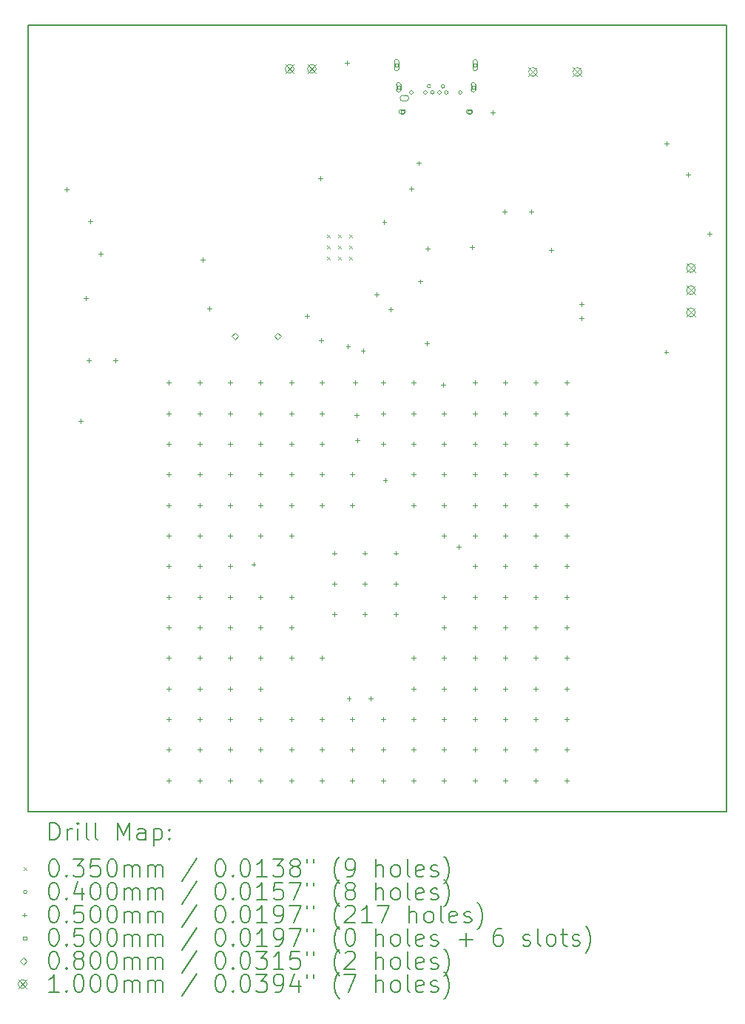
<source format=gbr>
%TF.GenerationSoftware,KiCad,Pcbnew,9.0.1*%
%TF.CreationDate,2025-04-14T00:52:25-03:00*%
%TF.ProjectId,SRAD_computer,53524144-5f63-46f6-9d70-757465722e6b,rev?*%
%TF.SameCoordinates,Original*%
%TF.FileFunction,Drillmap*%
%TF.FilePolarity,Positive*%
%FSLAX45Y45*%
G04 Gerber Fmt 4.5, Leading zero omitted, Abs format (unit mm)*
G04 Created by KiCad (PCBNEW 9.0.1) date 2025-04-14 00:52:25*
%MOMM*%
%LPD*%
G01*
G04 APERTURE LIST*
%ADD10C,0.200000*%
%ADD11C,0.010000*%
%ADD12C,0.100000*%
G04 APERTURE END LIST*
D10*
X5588000Y-3532298D02*
X13588000Y-3532298D01*
X13588000Y-12532298D01*
X5588000Y-12532298D01*
X5588000Y-3532298D01*
D11*
X9880500Y-4331500D02*
X9915500Y-4331500D01*
X9915500Y-4396500D02*
X9880500Y-4396500D01*
X9848000Y-4364000D02*
G75*
G02*
X9880500Y-4331500I32500J0D01*
G01*
X9880500Y-4396500D02*
G75*
G02*
X9848000Y-4364000I0J32500D01*
G01*
X9915500Y-4331500D02*
G75*
G02*
X9948000Y-4364000I0J-32500D01*
G01*
X9948000Y-4364000D02*
G75*
G02*
X9915500Y-4396500I-32500J0D01*
G01*
D10*
D12*
X9010000Y-5923784D02*
X9045000Y-5958784D01*
X9045000Y-5923784D02*
X9010000Y-5958784D01*
X9010000Y-6051284D02*
X9045000Y-6086284D01*
X9045000Y-6051284D02*
X9010000Y-6086284D01*
X9010000Y-6178784D02*
X9045000Y-6213784D01*
X9045000Y-6178784D02*
X9010000Y-6213784D01*
X9137500Y-5923784D02*
X9172500Y-5958784D01*
X9172500Y-5923784D02*
X9137500Y-5958784D01*
X9137500Y-6051284D02*
X9172500Y-6086284D01*
X9172500Y-6051284D02*
X9137500Y-6086284D01*
X9137500Y-6178784D02*
X9172500Y-6213784D01*
X9172500Y-6178784D02*
X9137500Y-6213784D01*
X9265000Y-5923784D02*
X9300000Y-5958784D01*
X9300000Y-5923784D02*
X9265000Y-5958784D01*
X9265000Y-6051284D02*
X9300000Y-6086284D01*
X9300000Y-6051284D02*
X9265000Y-6086284D01*
X9265000Y-6178784D02*
X9300000Y-6213784D01*
X9300000Y-6178784D02*
X9265000Y-6213784D01*
X9998000Y-4299000D02*
G75*
G02*
X9958000Y-4299000I-20000J0D01*
G01*
X9958000Y-4299000D02*
G75*
G02*
X9998000Y-4299000I20000J0D01*
G01*
X10158000Y-4299000D02*
G75*
G02*
X10118000Y-4299000I-20000J0D01*
G01*
X10118000Y-4299000D02*
G75*
G02*
X10158000Y-4299000I20000J0D01*
G01*
X10198000Y-4229000D02*
G75*
G02*
X10158000Y-4229000I-20000J0D01*
G01*
X10158000Y-4229000D02*
G75*
G02*
X10198000Y-4229000I20000J0D01*
G01*
X10238000Y-4299000D02*
G75*
G02*
X10198000Y-4299000I-20000J0D01*
G01*
X10198000Y-4299000D02*
G75*
G02*
X10238000Y-4299000I20000J0D01*
G01*
X10318000Y-4299000D02*
G75*
G02*
X10278000Y-4299000I-20000J0D01*
G01*
X10278000Y-4299000D02*
G75*
G02*
X10318000Y-4299000I20000J0D01*
G01*
X10358000Y-4229000D02*
G75*
G02*
X10318000Y-4229000I-20000J0D01*
G01*
X10318000Y-4229000D02*
G75*
G02*
X10358000Y-4229000I20000J0D01*
G01*
X10398000Y-4299000D02*
G75*
G02*
X10358000Y-4299000I-20000J0D01*
G01*
X10358000Y-4299000D02*
G75*
G02*
X10398000Y-4299000I20000J0D01*
G01*
X10558000Y-4299000D02*
G75*
G02*
X10518000Y-4299000I-20000J0D01*
G01*
X10518000Y-4299000D02*
G75*
G02*
X10558000Y-4299000I20000J0D01*
G01*
X6032000Y-5382284D02*
X6032000Y-5432284D01*
X6007000Y-5407284D02*
X6057000Y-5407284D01*
X6191571Y-8037369D02*
X6191571Y-8087369D01*
X6166571Y-8062369D02*
X6216571Y-8062369D01*
X6253433Y-6627851D02*
X6253433Y-6677851D01*
X6228433Y-6652851D02*
X6278433Y-6652851D01*
X6288000Y-7338298D02*
X6288000Y-7388298D01*
X6263000Y-7363298D02*
X6313000Y-7363298D01*
X6303000Y-5751393D02*
X6303000Y-5801393D01*
X6278000Y-5776393D02*
X6328000Y-5776393D01*
X6424000Y-6118284D02*
X6424000Y-6168284D01*
X6399000Y-6143284D02*
X6449000Y-6143284D01*
X6591000Y-7338298D02*
X6591000Y-7388298D01*
X6566000Y-7363298D02*
X6616000Y-7363298D01*
X7202000Y-7595298D02*
X7202000Y-7645298D01*
X7177000Y-7620298D02*
X7227000Y-7620298D01*
X7202000Y-7945298D02*
X7202000Y-7995298D01*
X7177000Y-7970298D02*
X7227000Y-7970298D01*
X7202000Y-8295298D02*
X7202000Y-8345298D01*
X7177000Y-8320298D02*
X7227000Y-8320298D01*
X7202000Y-8645298D02*
X7202000Y-8695298D01*
X7177000Y-8670298D02*
X7227000Y-8670298D01*
X7202000Y-8995298D02*
X7202000Y-9045298D01*
X7177000Y-9020298D02*
X7227000Y-9020298D01*
X7202000Y-9345298D02*
X7202000Y-9395298D01*
X7177000Y-9370298D02*
X7227000Y-9370298D01*
X7202000Y-9695298D02*
X7202000Y-9745298D01*
X7177000Y-9720298D02*
X7227000Y-9720298D01*
X7202000Y-10045298D02*
X7202000Y-10095298D01*
X7177000Y-10070298D02*
X7227000Y-10070298D01*
X7202000Y-10395298D02*
X7202000Y-10445298D01*
X7177000Y-10420298D02*
X7227000Y-10420298D01*
X7202000Y-10745298D02*
X7202000Y-10795298D01*
X7177000Y-10770298D02*
X7227000Y-10770298D01*
X7202000Y-11095298D02*
X7202000Y-11145298D01*
X7177000Y-11120298D02*
X7227000Y-11120298D01*
X7202000Y-11445298D02*
X7202000Y-11495298D01*
X7177000Y-11470298D02*
X7227000Y-11470298D01*
X7202000Y-11795298D02*
X7202000Y-11845298D01*
X7177000Y-11820298D02*
X7227000Y-11820298D01*
X7202000Y-12145298D02*
X7202000Y-12195298D01*
X7177000Y-12170298D02*
X7227000Y-12170298D01*
X7552000Y-7595298D02*
X7552000Y-7645298D01*
X7527000Y-7620298D02*
X7577000Y-7620298D01*
X7552000Y-7945298D02*
X7552000Y-7995298D01*
X7527000Y-7970298D02*
X7577000Y-7970298D01*
X7552000Y-8295298D02*
X7552000Y-8345298D01*
X7527000Y-8320298D02*
X7577000Y-8320298D01*
X7552000Y-8645298D02*
X7552000Y-8695298D01*
X7527000Y-8670298D02*
X7577000Y-8670298D01*
X7552000Y-8995298D02*
X7552000Y-9045298D01*
X7527000Y-9020298D02*
X7577000Y-9020298D01*
X7552000Y-9345298D02*
X7552000Y-9395298D01*
X7527000Y-9370298D02*
X7577000Y-9370298D01*
X7552000Y-9695298D02*
X7552000Y-9745298D01*
X7527000Y-9720298D02*
X7577000Y-9720298D01*
X7552000Y-10045298D02*
X7552000Y-10095298D01*
X7527000Y-10070298D02*
X7577000Y-10070298D01*
X7552000Y-10395298D02*
X7552000Y-10445298D01*
X7527000Y-10420298D02*
X7577000Y-10420298D01*
X7552000Y-10745298D02*
X7552000Y-10795298D01*
X7527000Y-10770298D02*
X7577000Y-10770298D01*
X7552000Y-11095298D02*
X7552000Y-11145298D01*
X7527000Y-11120298D02*
X7577000Y-11120298D01*
X7552000Y-11445298D02*
X7552000Y-11495298D01*
X7527000Y-11470298D02*
X7577000Y-11470298D01*
X7552000Y-11795298D02*
X7552000Y-11845298D01*
X7527000Y-11820298D02*
X7577000Y-11820298D01*
X7552000Y-12145298D02*
X7552000Y-12195298D01*
X7527000Y-12170298D02*
X7577000Y-12170298D01*
X7588711Y-6188009D02*
X7588711Y-6238009D01*
X7563711Y-6213009D02*
X7613711Y-6213009D01*
X7669000Y-6743298D02*
X7669000Y-6793298D01*
X7644000Y-6768298D02*
X7694000Y-6768298D01*
X7902000Y-7595298D02*
X7902000Y-7645298D01*
X7877000Y-7620298D02*
X7927000Y-7620298D01*
X7902000Y-7945298D02*
X7902000Y-7995298D01*
X7877000Y-7970298D02*
X7927000Y-7970298D01*
X7902000Y-8295298D02*
X7902000Y-8345298D01*
X7877000Y-8320298D02*
X7927000Y-8320298D01*
X7902000Y-8645298D02*
X7902000Y-8695298D01*
X7877000Y-8670298D02*
X7927000Y-8670298D01*
X7902000Y-8995298D02*
X7902000Y-9045298D01*
X7877000Y-9020298D02*
X7927000Y-9020298D01*
X7902000Y-9345298D02*
X7902000Y-9395298D01*
X7877000Y-9370298D02*
X7927000Y-9370298D01*
X7902000Y-9695298D02*
X7902000Y-9745298D01*
X7877000Y-9720298D02*
X7927000Y-9720298D01*
X7902000Y-10045298D02*
X7902000Y-10095298D01*
X7877000Y-10070298D02*
X7927000Y-10070298D01*
X7902000Y-10395298D02*
X7902000Y-10445298D01*
X7877000Y-10420298D02*
X7927000Y-10420298D01*
X7902000Y-10745298D02*
X7902000Y-10795298D01*
X7877000Y-10770298D02*
X7927000Y-10770298D01*
X7902000Y-11095298D02*
X7902000Y-11145298D01*
X7877000Y-11120298D02*
X7927000Y-11120298D01*
X7902000Y-11445298D02*
X7902000Y-11495298D01*
X7877000Y-11470298D02*
X7927000Y-11470298D01*
X7902000Y-11795298D02*
X7902000Y-11845298D01*
X7877000Y-11820298D02*
X7927000Y-11820298D01*
X7902000Y-12145298D02*
X7902000Y-12195298D01*
X7877000Y-12170298D02*
X7927000Y-12170298D01*
X8170000Y-9672298D02*
X8170000Y-9722298D01*
X8145000Y-9697298D02*
X8195000Y-9697298D01*
X8252000Y-7595298D02*
X8252000Y-7645298D01*
X8227000Y-7620298D02*
X8277000Y-7620298D01*
X8252000Y-7945298D02*
X8252000Y-7995298D01*
X8227000Y-7970298D02*
X8277000Y-7970298D01*
X8252000Y-8295298D02*
X8252000Y-8345298D01*
X8227000Y-8320298D02*
X8277000Y-8320298D01*
X8252000Y-8645298D02*
X8252000Y-8695298D01*
X8227000Y-8670298D02*
X8277000Y-8670298D01*
X8252000Y-8995298D02*
X8252000Y-9045298D01*
X8227000Y-9020298D02*
X8277000Y-9020298D01*
X8252000Y-9345298D02*
X8252000Y-9395298D01*
X8227000Y-9370298D02*
X8277000Y-9370298D01*
X8252000Y-10045298D02*
X8252000Y-10095298D01*
X8227000Y-10070298D02*
X8277000Y-10070298D01*
X8252000Y-10395298D02*
X8252000Y-10445298D01*
X8227000Y-10420298D02*
X8277000Y-10420298D01*
X8252000Y-10745298D02*
X8252000Y-10795298D01*
X8227000Y-10770298D02*
X8277000Y-10770298D01*
X8252000Y-11095298D02*
X8252000Y-11145298D01*
X8227000Y-11120298D02*
X8277000Y-11120298D01*
X8252000Y-11445298D02*
X8252000Y-11495298D01*
X8227000Y-11470298D02*
X8277000Y-11470298D01*
X8252000Y-11795298D02*
X8252000Y-11845298D01*
X8227000Y-11820298D02*
X8277000Y-11820298D01*
X8252000Y-12145298D02*
X8252000Y-12195298D01*
X8227000Y-12170298D02*
X8277000Y-12170298D01*
X8602000Y-7595298D02*
X8602000Y-7645298D01*
X8577000Y-7620298D02*
X8627000Y-7620298D01*
X8602000Y-7945298D02*
X8602000Y-7995298D01*
X8577000Y-7970298D02*
X8627000Y-7970298D01*
X8602000Y-8295298D02*
X8602000Y-8345298D01*
X8577000Y-8320298D02*
X8627000Y-8320298D01*
X8602000Y-8645298D02*
X8602000Y-8695298D01*
X8577000Y-8670298D02*
X8627000Y-8670298D01*
X8602000Y-8995298D02*
X8602000Y-9045298D01*
X8577000Y-9020298D02*
X8627000Y-9020298D01*
X8602000Y-9345298D02*
X8602000Y-9395298D01*
X8577000Y-9370298D02*
X8627000Y-9370298D01*
X8602000Y-10045298D02*
X8602000Y-10095298D01*
X8577000Y-10070298D02*
X8627000Y-10070298D01*
X8602000Y-10395298D02*
X8602000Y-10445298D01*
X8577000Y-10420298D02*
X8627000Y-10420298D01*
X8602000Y-10745298D02*
X8602000Y-10795298D01*
X8577000Y-10770298D02*
X8627000Y-10770298D01*
X8602000Y-11445298D02*
X8602000Y-11495298D01*
X8577000Y-11470298D02*
X8627000Y-11470298D01*
X8602000Y-11795298D02*
X8602000Y-11845298D01*
X8577000Y-11820298D02*
X8627000Y-11820298D01*
X8602000Y-12145298D02*
X8602000Y-12195298D01*
X8577000Y-12170298D02*
X8627000Y-12170298D01*
X8781000Y-6834298D02*
X8781000Y-6884298D01*
X8756000Y-6859298D02*
X8806000Y-6859298D01*
X8933000Y-5257298D02*
X8933000Y-5307298D01*
X8908000Y-5282298D02*
X8958000Y-5282298D01*
X8943000Y-7107298D02*
X8943000Y-7157298D01*
X8918000Y-7132298D02*
X8968000Y-7132298D01*
X8952000Y-7595298D02*
X8952000Y-7645298D01*
X8927000Y-7620298D02*
X8977000Y-7620298D01*
X8952000Y-7945298D02*
X8952000Y-7995298D01*
X8927000Y-7970298D02*
X8977000Y-7970298D01*
X8952000Y-8295298D02*
X8952000Y-8345298D01*
X8927000Y-8320298D02*
X8977000Y-8320298D01*
X8952000Y-8645298D02*
X8952000Y-8695298D01*
X8927000Y-8670298D02*
X8977000Y-8670298D01*
X8952000Y-8995298D02*
X8952000Y-9045298D01*
X8927000Y-9020298D02*
X8977000Y-9020298D01*
X8952000Y-10745298D02*
X8952000Y-10795298D01*
X8927000Y-10770298D02*
X8977000Y-10770298D01*
X8952000Y-11445298D02*
X8952000Y-11495298D01*
X8927000Y-11470298D02*
X8977000Y-11470298D01*
X8952000Y-11795298D02*
X8952000Y-11845298D01*
X8927000Y-11820298D02*
X8977000Y-11820298D01*
X8952000Y-12145298D02*
X8952000Y-12195298D01*
X8927000Y-12170298D02*
X8977000Y-12170298D01*
X9096000Y-9545298D02*
X9096000Y-9595298D01*
X9071000Y-9570298D02*
X9121000Y-9570298D01*
X9096000Y-9895298D02*
X9096000Y-9945298D01*
X9071000Y-9920298D02*
X9121000Y-9920298D01*
X9096000Y-10245298D02*
X9096000Y-10295298D01*
X9071000Y-10270298D02*
X9121000Y-10270298D01*
X9237500Y-3933784D02*
X9237500Y-3983784D01*
X9212500Y-3958784D02*
X9262500Y-3958784D01*
X9253000Y-7182298D02*
X9253000Y-7232298D01*
X9228000Y-7207298D02*
X9278000Y-7207298D01*
X9262000Y-11211298D02*
X9262000Y-11261298D01*
X9237000Y-11236298D02*
X9287000Y-11236298D01*
X9302000Y-8645298D02*
X9302000Y-8695298D01*
X9277000Y-8670298D02*
X9327000Y-8670298D01*
X9302000Y-8995298D02*
X9302000Y-9045298D01*
X9277000Y-9020298D02*
X9327000Y-9020298D01*
X9302000Y-11445298D02*
X9302000Y-11495298D01*
X9277000Y-11470298D02*
X9327000Y-11470298D01*
X9302000Y-11795298D02*
X9302000Y-11845298D01*
X9277000Y-11820298D02*
X9327000Y-11820298D01*
X9302000Y-12145298D02*
X9302000Y-12195298D01*
X9277000Y-12170298D02*
X9327000Y-12170298D01*
X9337000Y-7596000D02*
X9337000Y-7646000D01*
X9312000Y-7621000D02*
X9362000Y-7621000D01*
X9351000Y-7966000D02*
X9351000Y-8016000D01*
X9326000Y-7991000D02*
X9376000Y-7991000D01*
X9356000Y-8256000D02*
X9356000Y-8306000D01*
X9331000Y-8281000D02*
X9381000Y-8281000D01*
X9423000Y-7232298D02*
X9423000Y-7282298D01*
X9398000Y-7257298D02*
X9448000Y-7257298D01*
X9446000Y-9545298D02*
X9446000Y-9595298D01*
X9421000Y-9570298D02*
X9471000Y-9570298D01*
X9446000Y-9895298D02*
X9446000Y-9945298D01*
X9421000Y-9920298D02*
X9471000Y-9920298D01*
X9446000Y-10245298D02*
X9446000Y-10295298D01*
X9421000Y-10270298D02*
X9471000Y-10270298D01*
X9508250Y-11210298D02*
X9508250Y-11260298D01*
X9483250Y-11235298D02*
X9533250Y-11235298D01*
X9579000Y-6589298D02*
X9579000Y-6639298D01*
X9554000Y-6614298D02*
X9604000Y-6614298D01*
X9652000Y-7595298D02*
X9652000Y-7645298D01*
X9627000Y-7620298D02*
X9677000Y-7620298D01*
X9652000Y-7945298D02*
X9652000Y-7995298D01*
X9627000Y-7970298D02*
X9677000Y-7970298D01*
X9652000Y-8295298D02*
X9652000Y-8345298D01*
X9627000Y-8320298D02*
X9677000Y-8320298D01*
X9652000Y-11445298D02*
X9652000Y-11495298D01*
X9627000Y-11470298D02*
X9677000Y-11470298D01*
X9652000Y-11795298D02*
X9652000Y-11845298D01*
X9627000Y-11820298D02*
X9677000Y-11820298D01*
X9652000Y-12145298D02*
X9652000Y-12195298D01*
X9627000Y-12170298D02*
X9677000Y-12170298D01*
X9668000Y-5752298D02*
X9668000Y-5802298D01*
X9643000Y-5777298D02*
X9693000Y-5777298D01*
X9677000Y-8710298D02*
X9677000Y-8760298D01*
X9652000Y-8735298D02*
X9702000Y-8735298D01*
X9738000Y-6757298D02*
X9738000Y-6807298D01*
X9713000Y-6782298D02*
X9763000Y-6782298D01*
X9796000Y-9545298D02*
X9796000Y-9595298D01*
X9771000Y-9570298D02*
X9821000Y-9570298D01*
X9796000Y-9895298D02*
X9796000Y-9945298D01*
X9771000Y-9920298D02*
X9821000Y-9920298D01*
X9796000Y-10245298D02*
X9796000Y-10295298D01*
X9771000Y-10270298D02*
X9821000Y-10270298D01*
X9976000Y-5374298D02*
X9976000Y-5424298D01*
X9951000Y-5399298D02*
X10001000Y-5399298D01*
X10002000Y-7595298D02*
X10002000Y-7645298D01*
X9977000Y-7620298D02*
X10027000Y-7620298D01*
X10002000Y-7945298D02*
X10002000Y-7995298D01*
X9977000Y-7970298D02*
X10027000Y-7970298D01*
X10002000Y-8295298D02*
X10002000Y-8345298D01*
X9977000Y-8320298D02*
X10027000Y-8320298D01*
X10002000Y-8645298D02*
X10002000Y-8695298D01*
X9977000Y-8670298D02*
X10027000Y-8670298D01*
X10002000Y-8995298D02*
X10002000Y-9045298D01*
X9977000Y-9020298D02*
X10027000Y-9020298D01*
X10002000Y-10745298D02*
X10002000Y-10795298D01*
X9977000Y-10770298D02*
X10027000Y-10770298D01*
X10002000Y-11095298D02*
X10002000Y-11145298D01*
X9977000Y-11120298D02*
X10027000Y-11120298D01*
X10002000Y-11445298D02*
X10002000Y-11495298D01*
X9977000Y-11470298D02*
X10027000Y-11470298D01*
X10002000Y-11795298D02*
X10002000Y-11845298D01*
X9977000Y-11820298D02*
X10027000Y-11820298D01*
X10002000Y-12145298D02*
X10002000Y-12195298D01*
X9977000Y-12170298D02*
X10027000Y-12170298D01*
X10063649Y-5082649D02*
X10063649Y-5132649D01*
X10038649Y-5107649D02*
X10088649Y-5107649D01*
X10078000Y-6437298D02*
X10078000Y-6487298D01*
X10053000Y-6462298D02*
X10103000Y-6462298D01*
X10158000Y-7146000D02*
X10158000Y-7196000D01*
X10133000Y-7171000D02*
X10183000Y-7171000D01*
X10163000Y-6062298D02*
X10163000Y-6112298D01*
X10138000Y-6087298D02*
X10188000Y-6087298D01*
X10340000Y-7618000D02*
X10340000Y-7668000D01*
X10315000Y-7643000D02*
X10365000Y-7643000D01*
X10352000Y-7945298D02*
X10352000Y-7995298D01*
X10327000Y-7970298D02*
X10377000Y-7970298D01*
X10352000Y-8295298D02*
X10352000Y-8345298D01*
X10327000Y-8320298D02*
X10377000Y-8320298D01*
X10352000Y-8645298D02*
X10352000Y-8695298D01*
X10327000Y-8670298D02*
X10377000Y-8670298D01*
X10352000Y-8995298D02*
X10352000Y-9045298D01*
X10327000Y-9020298D02*
X10377000Y-9020298D01*
X10352000Y-9345298D02*
X10352000Y-9395298D01*
X10327000Y-9370298D02*
X10377000Y-9370298D01*
X10352000Y-10045298D02*
X10352000Y-10095298D01*
X10327000Y-10070298D02*
X10377000Y-10070298D01*
X10352000Y-10395298D02*
X10352000Y-10445298D01*
X10327000Y-10420298D02*
X10377000Y-10420298D01*
X10352000Y-10745298D02*
X10352000Y-10795298D01*
X10327000Y-10770298D02*
X10377000Y-10770298D01*
X10352000Y-11095298D02*
X10352000Y-11145298D01*
X10327000Y-11120298D02*
X10377000Y-11120298D01*
X10352000Y-11445298D02*
X10352000Y-11495298D01*
X10327000Y-11470298D02*
X10377000Y-11470298D01*
X10352000Y-11795298D02*
X10352000Y-11845298D01*
X10327000Y-11820298D02*
X10377000Y-11820298D01*
X10352000Y-12145298D02*
X10352000Y-12195298D01*
X10327000Y-12170298D02*
X10377000Y-12170298D01*
X10522000Y-9470298D02*
X10522000Y-9520298D01*
X10497000Y-9495298D02*
X10547000Y-9495298D01*
X10670860Y-6040159D02*
X10670860Y-6090159D01*
X10645860Y-6065159D02*
X10695860Y-6065159D01*
X10702000Y-7595298D02*
X10702000Y-7645298D01*
X10677000Y-7620298D02*
X10727000Y-7620298D01*
X10702000Y-7945298D02*
X10702000Y-7995298D01*
X10677000Y-7970298D02*
X10727000Y-7970298D01*
X10702000Y-8295298D02*
X10702000Y-8345298D01*
X10677000Y-8320298D02*
X10727000Y-8320298D01*
X10702000Y-8645298D02*
X10702000Y-8695298D01*
X10677000Y-8670298D02*
X10727000Y-8670298D01*
X10702000Y-8995298D02*
X10702000Y-9045298D01*
X10677000Y-9020298D02*
X10727000Y-9020298D01*
X10702000Y-9345298D02*
X10702000Y-9395298D01*
X10677000Y-9370298D02*
X10727000Y-9370298D01*
X10702000Y-9695298D02*
X10702000Y-9745298D01*
X10677000Y-9720298D02*
X10727000Y-9720298D01*
X10702000Y-10045298D02*
X10702000Y-10095298D01*
X10677000Y-10070298D02*
X10727000Y-10070298D01*
X10702000Y-10395298D02*
X10702000Y-10445298D01*
X10677000Y-10420298D02*
X10727000Y-10420298D01*
X10702000Y-10745298D02*
X10702000Y-10795298D01*
X10677000Y-10770298D02*
X10727000Y-10770298D01*
X10702000Y-11095298D02*
X10702000Y-11145298D01*
X10677000Y-11120298D02*
X10727000Y-11120298D01*
X10702000Y-11445298D02*
X10702000Y-11495298D01*
X10677000Y-11470298D02*
X10727000Y-11470298D01*
X10702000Y-11795298D02*
X10702000Y-11845298D01*
X10677000Y-11820298D02*
X10727000Y-11820298D01*
X10702000Y-12145298D02*
X10702000Y-12195298D01*
X10677000Y-12170298D02*
X10727000Y-12170298D01*
X10906500Y-4501784D02*
X10906500Y-4551784D01*
X10881500Y-4526784D02*
X10931500Y-4526784D01*
X11047000Y-5640298D02*
X11047000Y-5690298D01*
X11022000Y-5665298D02*
X11072000Y-5665298D01*
X11052000Y-7595298D02*
X11052000Y-7645298D01*
X11027000Y-7620298D02*
X11077000Y-7620298D01*
X11052000Y-7945298D02*
X11052000Y-7995298D01*
X11027000Y-7970298D02*
X11077000Y-7970298D01*
X11052000Y-8295298D02*
X11052000Y-8345298D01*
X11027000Y-8320298D02*
X11077000Y-8320298D01*
X11052000Y-8645298D02*
X11052000Y-8695298D01*
X11027000Y-8670298D02*
X11077000Y-8670298D01*
X11052000Y-8995298D02*
X11052000Y-9045298D01*
X11027000Y-9020298D02*
X11077000Y-9020298D01*
X11052000Y-9345298D02*
X11052000Y-9395298D01*
X11027000Y-9370298D02*
X11077000Y-9370298D01*
X11052000Y-9695298D02*
X11052000Y-9745298D01*
X11027000Y-9720298D02*
X11077000Y-9720298D01*
X11052000Y-10045298D02*
X11052000Y-10095298D01*
X11027000Y-10070298D02*
X11077000Y-10070298D01*
X11052000Y-10395298D02*
X11052000Y-10445298D01*
X11027000Y-10420298D02*
X11077000Y-10420298D01*
X11052000Y-10745298D02*
X11052000Y-10795298D01*
X11027000Y-10770298D02*
X11077000Y-10770298D01*
X11052000Y-11095298D02*
X11052000Y-11145298D01*
X11027000Y-11120298D02*
X11077000Y-11120298D01*
X11052000Y-11445298D02*
X11052000Y-11495298D01*
X11027000Y-11470298D02*
X11077000Y-11470298D01*
X11052000Y-11795298D02*
X11052000Y-11845298D01*
X11027000Y-11820298D02*
X11077000Y-11820298D01*
X11052000Y-12145298D02*
X11052000Y-12195298D01*
X11027000Y-12170298D02*
X11077000Y-12170298D01*
X11346000Y-5637298D02*
X11346000Y-5687298D01*
X11321000Y-5662298D02*
X11371000Y-5662298D01*
X11402000Y-7595298D02*
X11402000Y-7645298D01*
X11377000Y-7620298D02*
X11427000Y-7620298D01*
X11402000Y-7945298D02*
X11402000Y-7995298D01*
X11377000Y-7970298D02*
X11427000Y-7970298D01*
X11402000Y-8295298D02*
X11402000Y-8345298D01*
X11377000Y-8320298D02*
X11427000Y-8320298D01*
X11402000Y-8645298D02*
X11402000Y-8695298D01*
X11377000Y-8670298D02*
X11427000Y-8670298D01*
X11402000Y-8995298D02*
X11402000Y-9045298D01*
X11377000Y-9020298D02*
X11427000Y-9020298D01*
X11402000Y-9345298D02*
X11402000Y-9395298D01*
X11377000Y-9370298D02*
X11427000Y-9370298D01*
X11402000Y-9695298D02*
X11402000Y-9745298D01*
X11377000Y-9720298D02*
X11427000Y-9720298D01*
X11402000Y-10045298D02*
X11402000Y-10095298D01*
X11377000Y-10070298D02*
X11427000Y-10070298D01*
X11402000Y-10395298D02*
X11402000Y-10445298D01*
X11377000Y-10420298D02*
X11427000Y-10420298D01*
X11402000Y-10745298D02*
X11402000Y-10795298D01*
X11377000Y-10770298D02*
X11427000Y-10770298D01*
X11402000Y-11095298D02*
X11402000Y-11145298D01*
X11377000Y-11120298D02*
X11427000Y-11120298D01*
X11402000Y-11445298D02*
X11402000Y-11495298D01*
X11377000Y-11470298D02*
X11427000Y-11470298D01*
X11402000Y-11795298D02*
X11402000Y-11845298D01*
X11377000Y-11820298D02*
X11427000Y-11820298D01*
X11402000Y-12145298D02*
X11402000Y-12195298D01*
X11377000Y-12170298D02*
X11427000Y-12170298D01*
X11581000Y-6080298D02*
X11581000Y-6130298D01*
X11556000Y-6105298D02*
X11606000Y-6105298D01*
X11752000Y-7595298D02*
X11752000Y-7645298D01*
X11727000Y-7620298D02*
X11777000Y-7620298D01*
X11752000Y-7945298D02*
X11752000Y-7995298D01*
X11727000Y-7970298D02*
X11777000Y-7970298D01*
X11752000Y-8295298D02*
X11752000Y-8345298D01*
X11727000Y-8320298D02*
X11777000Y-8320298D01*
X11752000Y-8645298D02*
X11752000Y-8695298D01*
X11727000Y-8670298D02*
X11777000Y-8670298D01*
X11752000Y-8995298D02*
X11752000Y-9045298D01*
X11727000Y-9020298D02*
X11777000Y-9020298D01*
X11752000Y-9345298D02*
X11752000Y-9395298D01*
X11727000Y-9370298D02*
X11777000Y-9370298D01*
X11752000Y-9695298D02*
X11752000Y-9745298D01*
X11727000Y-9720298D02*
X11777000Y-9720298D01*
X11752000Y-10045298D02*
X11752000Y-10095298D01*
X11727000Y-10070298D02*
X11777000Y-10070298D01*
X11752000Y-10395298D02*
X11752000Y-10445298D01*
X11727000Y-10420298D02*
X11777000Y-10420298D01*
X11752000Y-10745298D02*
X11752000Y-10795298D01*
X11727000Y-10770298D02*
X11777000Y-10770298D01*
X11752000Y-11095298D02*
X11752000Y-11145298D01*
X11727000Y-11120298D02*
X11777000Y-11120298D01*
X11752000Y-11445298D02*
X11752000Y-11495298D01*
X11727000Y-11470298D02*
X11777000Y-11470298D01*
X11752000Y-11795298D02*
X11752000Y-11845298D01*
X11727000Y-11820298D02*
X11777000Y-11820298D01*
X11752000Y-12145298D02*
X11752000Y-12195298D01*
X11727000Y-12170298D02*
X11777000Y-12170298D01*
X11924640Y-6693938D02*
X11924640Y-6743938D01*
X11899640Y-6718938D02*
X11949640Y-6718938D01*
X11924640Y-6857298D02*
X11924640Y-6907298D01*
X11899640Y-6882298D02*
X11949640Y-6882298D01*
X12894000Y-7242298D02*
X12894000Y-7292298D01*
X12869000Y-7267298D02*
X12919000Y-7267298D01*
X12899000Y-4858284D02*
X12899000Y-4908284D01*
X12874000Y-4883284D02*
X12924000Y-4883284D01*
X13141000Y-5213284D02*
X13141000Y-5263284D01*
X13116000Y-5238284D02*
X13166000Y-5238284D01*
X13392000Y-5894298D02*
X13392000Y-5944298D01*
X13367000Y-5919298D02*
X13417000Y-5919298D01*
X9825678Y-4004678D02*
X9825678Y-3969322D01*
X9790322Y-3969322D01*
X9790322Y-4004678D01*
X9825678Y-4004678D01*
X9833000Y-4027000D02*
X9833000Y-3947000D01*
X9783000Y-3947000D02*
G75*
G02*
X9833000Y-3947000I25000J0D01*
G01*
X9783000Y-3947000D02*
X9783000Y-4027000D01*
X9783000Y-4027000D02*
G75*
G03*
X9833000Y-4027000I25000J0D01*
G01*
X9848178Y-4256678D02*
X9848178Y-4221322D01*
X9812822Y-4221322D01*
X9812822Y-4256678D01*
X9848178Y-4256678D01*
X9855500Y-4269000D02*
X9855500Y-4209000D01*
X9805500Y-4209000D02*
G75*
G02*
X9855500Y-4209000I25000J0D01*
G01*
X9805500Y-4209000D02*
X9805500Y-4269000D01*
X9805500Y-4269000D02*
G75*
G03*
X9855500Y-4269000I25000J0D01*
G01*
X9891178Y-4536678D02*
X9891178Y-4501322D01*
X9855822Y-4501322D01*
X9855822Y-4536678D01*
X9891178Y-4536678D01*
X9886000Y-4494000D02*
X9861000Y-4494000D01*
X9861000Y-4544000D02*
G75*
G02*
X9861000Y-4494000I0J25000D01*
G01*
X9861000Y-4544000D02*
X9886000Y-4544000D01*
X9886000Y-4544000D02*
G75*
G03*
X9886000Y-4494000I0J25000D01*
G01*
X10660178Y-4536678D02*
X10660178Y-4501322D01*
X10624822Y-4501322D01*
X10624822Y-4536678D01*
X10660178Y-4536678D01*
X10655000Y-4494000D02*
X10630000Y-4494000D01*
X10630000Y-4544000D02*
G75*
G02*
X10630000Y-4494000I0J25000D01*
G01*
X10630000Y-4544000D02*
X10655000Y-4544000D01*
X10655000Y-4544000D02*
G75*
G03*
X10655000Y-4494000I0J25000D01*
G01*
X10703178Y-4256678D02*
X10703178Y-4221322D01*
X10667822Y-4221322D01*
X10667822Y-4256678D01*
X10703178Y-4256678D01*
X10710500Y-4269000D02*
X10710500Y-4209000D01*
X10660500Y-4209000D02*
G75*
G02*
X10710500Y-4209000I25000J0D01*
G01*
X10660500Y-4209000D02*
X10660500Y-4269000D01*
X10660500Y-4269000D02*
G75*
G03*
X10710500Y-4269000I25000J0D01*
G01*
X10725678Y-4004678D02*
X10725678Y-3969322D01*
X10690322Y-3969322D01*
X10690322Y-4004678D01*
X10725678Y-4004678D01*
X10733000Y-4027000D02*
X10733000Y-3947000D01*
X10683000Y-3947000D02*
G75*
G02*
X10733000Y-3947000I25000J0D01*
G01*
X10683000Y-3947000D02*
X10683000Y-4027000D01*
X10683000Y-4027000D02*
G75*
G03*
X10733000Y-4027000I25000J0D01*
G01*
X7959000Y-7128298D02*
X7999000Y-7088298D01*
X7959000Y-7048298D01*
X7919000Y-7088298D01*
X7959000Y-7128298D01*
X8447000Y-7128298D02*
X8487000Y-7088298D01*
X8447000Y-7048298D01*
X8407000Y-7088298D01*
X8447000Y-7128298D01*
X8534000Y-3979000D02*
X8634000Y-4079000D01*
X8634000Y-3979000D02*
X8534000Y-4079000D01*
X8634000Y-4029000D02*
G75*
G02*
X8534000Y-4029000I-50000J0D01*
G01*
X8534000Y-4029000D02*
G75*
G02*
X8634000Y-4029000I50000J0D01*
G01*
X8788000Y-3979000D02*
X8888000Y-4079000D01*
X8888000Y-3979000D02*
X8788000Y-4079000D01*
X8888000Y-4029000D02*
G75*
G02*
X8788000Y-4029000I-50000J0D01*
G01*
X8788000Y-4029000D02*
G75*
G02*
X8888000Y-4029000I50000J0D01*
G01*
X11319000Y-4014284D02*
X11419000Y-4114284D01*
X11419000Y-4014284D02*
X11319000Y-4114284D01*
X11419000Y-4064284D02*
G75*
G02*
X11319000Y-4064284I-50000J0D01*
G01*
X11319000Y-4064284D02*
G75*
G02*
X11419000Y-4064284I50000J0D01*
G01*
X11827000Y-4014284D02*
X11927000Y-4114284D01*
X11927000Y-4014284D02*
X11827000Y-4114284D01*
X11927000Y-4064284D02*
G75*
G02*
X11827000Y-4064284I-50000J0D01*
G01*
X11827000Y-4064284D02*
G75*
G02*
X11927000Y-4064284I50000J0D01*
G01*
X13127000Y-6258298D02*
X13227000Y-6358298D01*
X13227000Y-6258298D02*
X13127000Y-6358298D01*
X13227000Y-6308298D02*
G75*
G02*
X13127000Y-6308298I-50000J0D01*
G01*
X13127000Y-6308298D02*
G75*
G02*
X13227000Y-6308298I50000J0D01*
G01*
X13127000Y-6512298D02*
X13227000Y-6612298D01*
X13227000Y-6512298D02*
X13127000Y-6612298D01*
X13227000Y-6562298D02*
G75*
G02*
X13127000Y-6562298I-50000J0D01*
G01*
X13127000Y-6562298D02*
G75*
G02*
X13227000Y-6562298I50000J0D01*
G01*
X13127000Y-6766298D02*
X13227000Y-6866298D01*
X13227000Y-6766298D02*
X13127000Y-6866298D01*
X13227000Y-6816298D02*
G75*
G02*
X13127000Y-6816298I-50000J0D01*
G01*
X13127000Y-6816298D02*
G75*
G02*
X13227000Y-6816298I50000J0D01*
G01*
D10*
X5838777Y-12853782D02*
X5838777Y-12653782D01*
X5838777Y-12653782D02*
X5886396Y-12653782D01*
X5886396Y-12653782D02*
X5914967Y-12663306D01*
X5914967Y-12663306D02*
X5934015Y-12682354D01*
X5934015Y-12682354D02*
X5943539Y-12701401D01*
X5943539Y-12701401D02*
X5953062Y-12739496D01*
X5953062Y-12739496D02*
X5953062Y-12768068D01*
X5953062Y-12768068D02*
X5943539Y-12806163D01*
X5943539Y-12806163D02*
X5934015Y-12825211D01*
X5934015Y-12825211D02*
X5914967Y-12844258D01*
X5914967Y-12844258D02*
X5886396Y-12853782D01*
X5886396Y-12853782D02*
X5838777Y-12853782D01*
X6038777Y-12853782D02*
X6038777Y-12720449D01*
X6038777Y-12758544D02*
X6048301Y-12739496D01*
X6048301Y-12739496D02*
X6057824Y-12729973D01*
X6057824Y-12729973D02*
X6076872Y-12720449D01*
X6076872Y-12720449D02*
X6095920Y-12720449D01*
X6162586Y-12853782D02*
X6162586Y-12720449D01*
X6162586Y-12653782D02*
X6153062Y-12663306D01*
X6153062Y-12663306D02*
X6162586Y-12672830D01*
X6162586Y-12672830D02*
X6172110Y-12663306D01*
X6172110Y-12663306D02*
X6162586Y-12653782D01*
X6162586Y-12653782D02*
X6162586Y-12672830D01*
X6286396Y-12853782D02*
X6267348Y-12844258D01*
X6267348Y-12844258D02*
X6257824Y-12825211D01*
X6257824Y-12825211D02*
X6257824Y-12653782D01*
X6391158Y-12853782D02*
X6372110Y-12844258D01*
X6372110Y-12844258D02*
X6362586Y-12825211D01*
X6362586Y-12825211D02*
X6362586Y-12653782D01*
X6619729Y-12853782D02*
X6619729Y-12653782D01*
X6619729Y-12653782D02*
X6686396Y-12796639D01*
X6686396Y-12796639D02*
X6753062Y-12653782D01*
X6753062Y-12653782D02*
X6753062Y-12853782D01*
X6934015Y-12853782D02*
X6934015Y-12749020D01*
X6934015Y-12749020D02*
X6924491Y-12729973D01*
X6924491Y-12729973D02*
X6905443Y-12720449D01*
X6905443Y-12720449D02*
X6867348Y-12720449D01*
X6867348Y-12720449D02*
X6848301Y-12729973D01*
X6934015Y-12844258D02*
X6914967Y-12853782D01*
X6914967Y-12853782D02*
X6867348Y-12853782D01*
X6867348Y-12853782D02*
X6848301Y-12844258D01*
X6848301Y-12844258D02*
X6838777Y-12825211D01*
X6838777Y-12825211D02*
X6838777Y-12806163D01*
X6838777Y-12806163D02*
X6848301Y-12787115D01*
X6848301Y-12787115D02*
X6867348Y-12777592D01*
X6867348Y-12777592D02*
X6914967Y-12777592D01*
X6914967Y-12777592D02*
X6934015Y-12768068D01*
X7029253Y-12720449D02*
X7029253Y-12920449D01*
X7029253Y-12729973D02*
X7048301Y-12720449D01*
X7048301Y-12720449D02*
X7086396Y-12720449D01*
X7086396Y-12720449D02*
X7105443Y-12729973D01*
X7105443Y-12729973D02*
X7114967Y-12739496D01*
X7114967Y-12739496D02*
X7124491Y-12758544D01*
X7124491Y-12758544D02*
X7124491Y-12815687D01*
X7124491Y-12815687D02*
X7114967Y-12834734D01*
X7114967Y-12834734D02*
X7105443Y-12844258D01*
X7105443Y-12844258D02*
X7086396Y-12853782D01*
X7086396Y-12853782D02*
X7048301Y-12853782D01*
X7048301Y-12853782D02*
X7029253Y-12844258D01*
X7210205Y-12834734D02*
X7219729Y-12844258D01*
X7219729Y-12844258D02*
X7210205Y-12853782D01*
X7210205Y-12853782D02*
X7200682Y-12844258D01*
X7200682Y-12844258D02*
X7210205Y-12834734D01*
X7210205Y-12834734D02*
X7210205Y-12853782D01*
X7210205Y-12729973D02*
X7219729Y-12739496D01*
X7219729Y-12739496D02*
X7210205Y-12749020D01*
X7210205Y-12749020D02*
X7200682Y-12739496D01*
X7200682Y-12739496D02*
X7210205Y-12729973D01*
X7210205Y-12729973D02*
X7210205Y-12749020D01*
D12*
X5543000Y-13164798D02*
X5578000Y-13199798D01*
X5578000Y-13164798D02*
X5543000Y-13199798D01*
D10*
X5876872Y-13073782D02*
X5895920Y-13073782D01*
X5895920Y-13073782D02*
X5914967Y-13083306D01*
X5914967Y-13083306D02*
X5924491Y-13092830D01*
X5924491Y-13092830D02*
X5934015Y-13111877D01*
X5934015Y-13111877D02*
X5943539Y-13149973D01*
X5943539Y-13149973D02*
X5943539Y-13197592D01*
X5943539Y-13197592D02*
X5934015Y-13235687D01*
X5934015Y-13235687D02*
X5924491Y-13254734D01*
X5924491Y-13254734D02*
X5914967Y-13264258D01*
X5914967Y-13264258D02*
X5895920Y-13273782D01*
X5895920Y-13273782D02*
X5876872Y-13273782D01*
X5876872Y-13273782D02*
X5857824Y-13264258D01*
X5857824Y-13264258D02*
X5848301Y-13254734D01*
X5848301Y-13254734D02*
X5838777Y-13235687D01*
X5838777Y-13235687D02*
X5829253Y-13197592D01*
X5829253Y-13197592D02*
X5829253Y-13149973D01*
X5829253Y-13149973D02*
X5838777Y-13111877D01*
X5838777Y-13111877D02*
X5848301Y-13092830D01*
X5848301Y-13092830D02*
X5857824Y-13083306D01*
X5857824Y-13083306D02*
X5876872Y-13073782D01*
X6029253Y-13254734D02*
X6038777Y-13264258D01*
X6038777Y-13264258D02*
X6029253Y-13273782D01*
X6029253Y-13273782D02*
X6019729Y-13264258D01*
X6019729Y-13264258D02*
X6029253Y-13254734D01*
X6029253Y-13254734D02*
X6029253Y-13273782D01*
X6105443Y-13073782D02*
X6229253Y-13073782D01*
X6229253Y-13073782D02*
X6162586Y-13149973D01*
X6162586Y-13149973D02*
X6191158Y-13149973D01*
X6191158Y-13149973D02*
X6210205Y-13159496D01*
X6210205Y-13159496D02*
X6219729Y-13169020D01*
X6219729Y-13169020D02*
X6229253Y-13188068D01*
X6229253Y-13188068D02*
X6229253Y-13235687D01*
X6229253Y-13235687D02*
X6219729Y-13254734D01*
X6219729Y-13254734D02*
X6210205Y-13264258D01*
X6210205Y-13264258D02*
X6191158Y-13273782D01*
X6191158Y-13273782D02*
X6134015Y-13273782D01*
X6134015Y-13273782D02*
X6114967Y-13264258D01*
X6114967Y-13264258D02*
X6105443Y-13254734D01*
X6410205Y-13073782D02*
X6314967Y-13073782D01*
X6314967Y-13073782D02*
X6305443Y-13169020D01*
X6305443Y-13169020D02*
X6314967Y-13159496D01*
X6314967Y-13159496D02*
X6334015Y-13149973D01*
X6334015Y-13149973D02*
X6381634Y-13149973D01*
X6381634Y-13149973D02*
X6400682Y-13159496D01*
X6400682Y-13159496D02*
X6410205Y-13169020D01*
X6410205Y-13169020D02*
X6419729Y-13188068D01*
X6419729Y-13188068D02*
X6419729Y-13235687D01*
X6419729Y-13235687D02*
X6410205Y-13254734D01*
X6410205Y-13254734D02*
X6400682Y-13264258D01*
X6400682Y-13264258D02*
X6381634Y-13273782D01*
X6381634Y-13273782D02*
X6334015Y-13273782D01*
X6334015Y-13273782D02*
X6314967Y-13264258D01*
X6314967Y-13264258D02*
X6305443Y-13254734D01*
X6543539Y-13073782D02*
X6562586Y-13073782D01*
X6562586Y-13073782D02*
X6581634Y-13083306D01*
X6581634Y-13083306D02*
X6591158Y-13092830D01*
X6591158Y-13092830D02*
X6600682Y-13111877D01*
X6600682Y-13111877D02*
X6610205Y-13149973D01*
X6610205Y-13149973D02*
X6610205Y-13197592D01*
X6610205Y-13197592D02*
X6600682Y-13235687D01*
X6600682Y-13235687D02*
X6591158Y-13254734D01*
X6591158Y-13254734D02*
X6581634Y-13264258D01*
X6581634Y-13264258D02*
X6562586Y-13273782D01*
X6562586Y-13273782D02*
X6543539Y-13273782D01*
X6543539Y-13273782D02*
X6524491Y-13264258D01*
X6524491Y-13264258D02*
X6514967Y-13254734D01*
X6514967Y-13254734D02*
X6505443Y-13235687D01*
X6505443Y-13235687D02*
X6495920Y-13197592D01*
X6495920Y-13197592D02*
X6495920Y-13149973D01*
X6495920Y-13149973D02*
X6505443Y-13111877D01*
X6505443Y-13111877D02*
X6514967Y-13092830D01*
X6514967Y-13092830D02*
X6524491Y-13083306D01*
X6524491Y-13083306D02*
X6543539Y-13073782D01*
X6695920Y-13273782D02*
X6695920Y-13140449D01*
X6695920Y-13159496D02*
X6705443Y-13149973D01*
X6705443Y-13149973D02*
X6724491Y-13140449D01*
X6724491Y-13140449D02*
X6753063Y-13140449D01*
X6753063Y-13140449D02*
X6772110Y-13149973D01*
X6772110Y-13149973D02*
X6781634Y-13169020D01*
X6781634Y-13169020D02*
X6781634Y-13273782D01*
X6781634Y-13169020D02*
X6791158Y-13149973D01*
X6791158Y-13149973D02*
X6810205Y-13140449D01*
X6810205Y-13140449D02*
X6838777Y-13140449D01*
X6838777Y-13140449D02*
X6857824Y-13149973D01*
X6857824Y-13149973D02*
X6867348Y-13169020D01*
X6867348Y-13169020D02*
X6867348Y-13273782D01*
X6962586Y-13273782D02*
X6962586Y-13140449D01*
X6962586Y-13159496D02*
X6972110Y-13149973D01*
X6972110Y-13149973D02*
X6991158Y-13140449D01*
X6991158Y-13140449D02*
X7019729Y-13140449D01*
X7019729Y-13140449D02*
X7038777Y-13149973D01*
X7038777Y-13149973D02*
X7048301Y-13169020D01*
X7048301Y-13169020D02*
X7048301Y-13273782D01*
X7048301Y-13169020D02*
X7057824Y-13149973D01*
X7057824Y-13149973D02*
X7076872Y-13140449D01*
X7076872Y-13140449D02*
X7105443Y-13140449D01*
X7105443Y-13140449D02*
X7124491Y-13149973D01*
X7124491Y-13149973D02*
X7134015Y-13169020D01*
X7134015Y-13169020D02*
X7134015Y-13273782D01*
X7524491Y-13064258D02*
X7353063Y-13321401D01*
X7781634Y-13073782D02*
X7800682Y-13073782D01*
X7800682Y-13073782D02*
X7819729Y-13083306D01*
X7819729Y-13083306D02*
X7829253Y-13092830D01*
X7829253Y-13092830D02*
X7838777Y-13111877D01*
X7838777Y-13111877D02*
X7848301Y-13149973D01*
X7848301Y-13149973D02*
X7848301Y-13197592D01*
X7848301Y-13197592D02*
X7838777Y-13235687D01*
X7838777Y-13235687D02*
X7829253Y-13254734D01*
X7829253Y-13254734D02*
X7819729Y-13264258D01*
X7819729Y-13264258D02*
X7800682Y-13273782D01*
X7800682Y-13273782D02*
X7781634Y-13273782D01*
X7781634Y-13273782D02*
X7762586Y-13264258D01*
X7762586Y-13264258D02*
X7753063Y-13254734D01*
X7753063Y-13254734D02*
X7743539Y-13235687D01*
X7743539Y-13235687D02*
X7734015Y-13197592D01*
X7734015Y-13197592D02*
X7734015Y-13149973D01*
X7734015Y-13149973D02*
X7743539Y-13111877D01*
X7743539Y-13111877D02*
X7753063Y-13092830D01*
X7753063Y-13092830D02*
X7762586Y-13083306D01*
X7762586Y-13083306D02*
X7781634Y-13073782D01*
X7934015Y-13254734D02*
X7943539Y-13264258D01*
X7943539Y-13264258D02*
X7934015Y-13273782D01*
X7934015Y-13273782D02*
X7924491Y-13264258D01*
X7924491Y-13264258D02*
X7934015Y-13254734D01*
X7934015Y-13254734D02*
X7934015Y-13273782D01*
X8067348Y-13073782D02*
X8086396Y-13073782D01*
X8086396Y-13073782D02*
X8105444Y-13083306D01*
X8105444Y-13083306D02*
X8114967Y-13092830D01*
X8114967Y-13092830D02*
X8124491Y-13111877D01*
X8124491Y-13111877D02*
X8134015Y-13149973D01*
X8134015Y-13149973D02*
X8134015Y-13197592D01*
X8134015Y-13197592D02*
X8124491Y-13235687D01*
X8124491Y-13235687D02*
X8114967Y-13254734D01*
X8114967Y-13254734D02*
X8105444Y-13264258D01*
X8105444Y-13264258D02*
X8086396Y-13273782D01*
X8086396Y-13273782D02*
X8067348Y-13273782D01*
X8067348Y-13273782D02*
X8048301Y-13264258D01*
X8048301Y-13264258D02*
X8038777Y-13254734D01*
X8038777Y-13254734D02*
X8029253Y-13235687D01*
X8029253Y-13235687D02*
X8019729Y-13197592D01*
X8019729Y-13197592D02*
X8019729Y-13149973D01*
X8019729Y-13149973D02*
X8029253Y-13111877D01*
X8029253Y-13111877D02*
X8038777Y-13092830D01*
X8038777Y-13092830D02*
X8048301Y-13083306D01*
X8048301Y-13083306D02*
X8067348Y-13073782D01*
X8324491Y-13273782D02*
X8210206Y-13273782D01*
X8267348Y-13273782D02*
X8267348Y-13073782D01*
X8267348Y-13073782D02*
X8248301Y-13102354D01*
X8248301Y-13102354D02*
X8229253Y-13121401D01*
X8229253Y-13121401D02*
X8210206Y-13130925D01*
X8391158Y-13073782D02*
X8514968Y-13073782D01*
X8514968Y-13073782D02*
X8448301Y-13149973D01*
X8448301Y-13149973D02*
X8476872Y-13149973D01*
X8476872Y-13149973D02*
X8495920Y-13159496D01*
X8495920Y-13159496D02*
X8505444Y-13169020D01*
X8505444Y-13169020D02*
X8514968Y-13188068D01*
X8514968Y-13188068D02*
X8514968Y-13235687D01*
X8514968Y-13235687D02*
X8505444Y-13254734D01*
X8505444Y-13254734D02*
X8495920Y-13264258D01*
X8495920Y-13264258D02*
X8476872Y-13273782D01*
X8476872Y-13273782D02*
X8419729Y-13273782D01*
X8419729Y-13273782D02*
X8400682Y-13264258D01*
X8400682Y-13264258D02*
X8391158Y-13254734D01*
X8629253Y-13159496D02*
X8610206Y-13149973D01*
X8610206Y-13149973D02*
X8600682Y-13140449D01*
X8600682Y-13140449D02*
X8591158Y-13121401D01*
X8591158Y-13121401D02*
X8591158Y-13111877D01*
X8591158Y-13111877D02*
X8600682Y-13092830D01*
X8600682Y-13092830D02*
X8610206Y-13083306D01*
X8610206Y-13083306D02*
X8629253Y-13073782D01*
X8629253Y-13073782D02*
X8667349Y-13073782D01*
X8667349Y-13073782D02*
X8686396Y-13083306D01*
X8686396Y-13083306D02*
X8695920Y-13092830D01*
X8695920Y-13092830D02*
X8705444Y-13111877D01*
X8705444Y-13111877D02*
X8705444Y-13121401D01*
X8705444Y-13121401D02*
X8695920Y-13140449D01*
X8695920Y-13140449D02*
X8686396Y-13149973D01*
X8686396Y-13149973D02*
X8667349Y-13159496D01*
X8667349Y-13159496D02*
X8629253Y-13159496D01*
X8629253Y-13159496D02*
X8610206Y-13169020D01*
X8610206Y-13169020D02*
X8600682Y-13178544D01*
X8600682Y-13178544D02*
X8591158Y-13197592D01*
X8591158Y-13197592D02*
X8591158Y-13235687D01*
X8591158Y-13235687D02*
X8600682Y-13254734D01*
X8600682Y-13254734D02*
X8610206Y-13264258D01*
X8610206Y-13264258D02*
X8629253Y-13273782D01*
X8629253Y-13273782D02*
X8667349Y-13273782D01*
X8667349Y-13273782D02*
X8686396Y-13264258D01*
X8686396Y-13264258D02*
X8695920Y-13254734D01*
X8695920Y-13254734D02*
X8705444Y-13235687D01*
X8705444Y-13235687D02*
X8705444Y-13197592D01*
X8705444Y-13197592D02*
X8695920Y-13178544D01*
X8695920Y-13178544D02*
X8686396Y-13169020D01*
X8686396Y-13169020D02*
X8667349Y-13159496D01*
X8781634Y-13073782D02*
X8781634Y-13111877D01*
X8857825Y-13073782D02*
X8857825Y-13111877D01*
X9153063Y-13349973D02*
X9143539Y-13340449D01*
X9143539Y-13340449D02*
X9124491Y-13311877D01*
X9124491Y-13311877D02*
X9114968Y-13292830D01*
X9114968Y-13292830D02*
X9105444Y-13264258D01*
X9105444Y-13264258D02*
X9095920Y-13216639D01*
X9095920Y-13216639D02*
X9095920Y-13178544D01*
X9095920Y-13178544D02*
X9105444Y-13130925D01*
X9105444Y-13130925D02*
X9114968Y-13102354D01*
X9114968Y-13102354D02*
X9124491Y-13083306D01*
X9124491Y-13083306D02*
X9143539Y-13054734D01*
X9143539Y-13054734D02*
X9153063Y-13045211D01*
X9238777Y-13273782D02*
X9276872Y-13273782D01*
X9276872Y-13273782D02*
X9295920Y-13264258D01*
X9295920Y-13264258D02*
X9305444Y-13254734D01*
X9305444Y-13254734D02*
X9324491Y-13226163D01*
X9324491Y-13226163D02*
X9334015Y-13188068D01*
X9334015Y-13188068D02*
X9334015Y-13111877D01*
X9334015Y-13111877D02*
X9324491Y-13092830D01*
X9324491Y-13092830D02*
X9314968Y-13083306D01*
X9314968Y-13083306D02*
X9295920Y-13073782D01*
X9295920Y-13073782D02*
X9257825Y-13073782D01*
X9257825Y-13073782D02*
X9238777Y-13083306D01*
X9238777Y-13083306D02*
X9229253Y-13092830D01*
X9229253Y-13092830D02*
X9219730Y-13111877D01*
X9219730Y-13111877D02*
X9219730Y-13159496D01*
X9219730Y-13159496D02*
X9229253Y-13178544D01*
X9229253Y-13178544D02*
X9238777Y-13188068D01*
X9238777Y-13188068D02*
X9257825Y-13197592D01*
X9257825Y-13197592D02*
X9295920Y-13197592D01*
X9295920Y-13197592D02*
X9314968Y-13188068D01*
X9314968Y-13188068D02*
X9324491Y-13178544D01*
X9324491Y-13178544D02*
X9334015Y-13159496D01*
X9572111Y-13273782D02*
X9572111Y-13073782D01*
X9657825Y-13273782D02*
X9657825Y-13169020D01*
X9657825Y-13169020D02*
X9648301Y-13149973D01*
X9648301Y-13149973D02*
X9629253Y-13140449D01*
X9629253Y-13140449D02*
X9600682Y-13140449D01*
X9600682Y-13140449D02*
X9581634Y-13149973D01*
X9581634Y-13149973D02*
X9572111Y-13159496D01*
X9781634Y-13273782D02*
X9762587Y-13264258D01*
X9762587Y-13264258D02*
X9753063Y-13254734D01*
X9753063Y-13254734D02*
X9743539Y-13235687D01*
X9743539Y-13235687D02*
X9743539Y-13178544D01*
X9743539Y-13178544D02*
X9753063Y-13159496D01*
X9753063Y-13159496D02*
X9762587Y-13149973D01*
X9762587Y-13149973D02*
X9781634Y-13140449D01*
X9781634Y-13140449D02*
X9810206Y-13140449D01*
X9810206Y-13140449D02*
X9829253Y-13149973D01*
X9829253Y-13149973D02*
X9838777Y-13159496D01*
X9838777Y-13159496D02*
X9848301Y-13178544D01*
X9848301Y-13178544D02*
X9848301Y-13235687D01*
X9848301Y-13235687D02*
X9838777Y-13254734D01*
X9838777Y-13254734D02*
X9829253Y-13264258D01*
X9829253Y-13264258D02*
X9810206Y-13273782D01*
X9810206Y-13273782D02*
X9781634Y-13273782D01*
X9962587Y-13273782D02*
X9943539Y-13264258D01*
X9943539Y-13264258D02*
X9934015Y-13245211D01*
X9934015Y-13245211D02*
X9934015Y-13073782D01*
X10114968Y-13264258D02*
X10095920Y-13273782D01*
X10095920Y-13273782D02*
X10057825Y-13273782D01*
X10057825Y-13273782D02*
X10038777Y-13264258D01*
X10038777Y-13264258D02*
X10029253Y-13245211D01*
X10029253Y-13245211D02*
X10029253Y-13169020D01*
X10029253Y-13169020D02*
X10038777Y-13149973D01*
X10038777Y-13149973D02*
X10057825Y-13140449D01*
X10057825Y-13140449D02*
X10095920Y-13140449D01*
X10095920Y-13140449D02*
X10114968Y-13149973D01*
X10114968Y-13149973D02*
X10124492Y-13169020D01*
X10124492Y-13169020D02*
X10124492Y-13188068D01*
X10124492Y-13188068D02*
X10029253Y-13207115D01*
X10200682Y-13264258D02*
X10219730Y-13273782D01*
X10219730Y-13273782D02*
X10257825Y-13273782D01*
X10257825Y-13273782D02*
X10276873Y-13264258D01*
X10276873Y-13264258D02*
X10286396Y-13245211D01*
X10286396Y-13245211D02*
X10286396Y-13235687D01*
X10286396Y-13235687D02*
X10276873Y-13216639D01*
X10276873Y-13216639D02*
X10257825Y-13207115D01*
X10257825Y-13207115D02*
X10229253Y-13207115D01*
X10229253Y-13207115D02*
X10210206Y-13197592D01*
X10210206Y-13197592D02*
X10200682Y-13178544D01*
X10200682Y-13178544D02*
X10200682Y-13169020D01*
X10200682Y-13169020D02*
X10210206Y-13149973D01*
X10210206Y-13149973D02*
X10229253Y-13140449D01*
X10229253Y-13140449D02*
X10257825Y-13140449D01*
X10257825Y-13140449D02*
X10276873Y-13149973D01*
X10353063Y-13349973D02*
X10362587Y-13340449D01*
X10362587Y-13340449D02*
X10381634Y-13311877D01*
X10381634Y-13311877D02*
X10391158Y-13292830D01*
X10391158Y-13292830D02*
X10400682Y-13264258D01*
X10400682Y-13264258D02*
X10410206Y-13216639D01*
X10410206Y-13216639D02*
X10410206Y-13178544D01*
X10410206Y-13178544D02*
X10400682Y-13130925D01*
X10400682Y-13130925D02*
X10391158Y-13102354D01*
X10391158Y-13102354D02*
X10381634Y-13083306D01*
X10381634Y-13083306D02*
X10362587Y-13054734D01*
X10362587Y-13054734D02*
X10353063Y-13045211D01*
D12*
X5578000Y-13446298D02*
G75*
G02*
X5538000Y-13446298I-20000J0D01*
G01*
X5538000Y-13446298D02*
G75*
G02*
X5578000Y-13446298I20000J0D01*
G01*
D10*
X5876872Y-13337782D02*
X5895920Y-13337782D01*
X5895920Y-13337782D02*
X5914967Y-13347306D01*
X5914967Y-13347306D02*
X5924491Y-13356830D01*
X5924491Y-13356830D02*
X5934015Y-13375877D01*
X5934015Y-13375877D02*
X5943539Y-13413973D01*
X5943539Y-13413973D02*
X5943539Y-13461592D01*
X5943539Y-13461592D02*
X5934015Y-13499687D01*
X5934015Y-13499687D02*
X5924491Y-13518734D01*
X5924491Y-13518734D02*
X5914967Y-13528258D01*
X5914967Y-13528258D02*
X5895920Y-13537782D01*
X5895920Y-13537782D02*
X5876872Y-13537782D01*
X5876872Y-13537782D02*
X5857824Y-13528258D01*
X5857824Y-13528258D02*
X5848301Y-13518734D01*
X5848301Y-13518734D02*
X5838777Y-13499687D01*
X5838777Y-13499687D02*
X5829253Y-13461592D01*
X5829253Y-13461592D02*
X5829253Y-13413973D01*
X5829253Y-13413973D02*
X5838777Y-13375877D01*
X5838777Y-13375877D02*
X5848301Y-13356830D01*
X5848301Y-13356830D02*
X5857824Y-13347306D01*
X5857824Y-13347306D02*
X5876872Y-13337782D01*
X6029253Y-13518734D02*
X6038777Y-13528258D01*
X6038777Y-13528258D02*
X6029253Y-13537782D01*
X6029253Y-13537782D02*
X6019729Y-13528258D01*
X6019729Y-13528258D02*
X6029253Y-13518734D01*
X6029253Y-13518734D02*
X6029253Y-13537782D01*
X6210205Y-13404449D02*
X6210205Y-13537782D01*
X6162586Y-13328258D02*
X6114967Y-13471115D01*
X6114967Y-13471115D02*
X6238777Y-13471115D01*
X6353062Y-13337782D02*
X6372110Y-13337782D01*
X6372110Y-13337782D02*
X6391158Y-13347306D01*
X6391158Y-13347306D02*
X6400682Y-13356830D01*
X6400682Y-13356830D02*
X6410205Y-13375877D01*
X6410205Y-13375877D02*
X6419729Y-13413973D01*
X6419729Y-13413973D02*
X6419729Y-13461592D01*
X6419729Y-13461592D02*
X6410205Y-13499687D01*
X6410205Y-13499687D02*
X6400682Y-13518734D01*
X6400682Y-13518734D02*
X6391158Y-13528258D01*
X6391158Y-13528258D02*
X6372110Y-13537782D01*
X6372110Y-13537782D02*
X6353062Y-13537782D01*
X6353062Y-13537782D02*
X6334015Y-13528258D01*
X6334015Y-13528258D02*
X6324491Y-13518734D01*
X6324491Y-13518734D02*
X6314967Y-13499687D01*
X6314967Y-13499687D02*
X6305443Y-13461592D01*
X6305443Y-13461592D02*
X6305443Y-13413973D01*
X6305443Y-13413973D02*
X6314967Y-13375877D01*
X6314967Y-13375877D02*
X6324491Y-13356830D01*
X6324491Y-13356830D02*
X6334015Y-13347306D01*
X6334015Y-13347306D02*
X6353062Y-13337782D01*
X6543539Y-13337782D02*
X6562586Y-13337782D01*
X6562586Y-13337782D02*
X6581634Y-13347306D01*
X6581634Y-13347306D02*
X6591158Y-13356830D01*
X6591158Y-13356830D02*
X6600682Y-13375877D01*
X6600682Y-13375877D02*
X6610205Y-13413973D01*
X6610205Y-13413973D02*
X6610205Y-13461592D01*
X6610205Y-13461592D02*
X6600682Y-13499687D01*
X6600682Y-13499687D02*
X6591158Y-13518734D01*
X6591158Y-13518734D02*
X6581634Y-13528258D01*
X6581634Y-13528258D02*
X6562586Y-13537782D01*
X6562586Y-13537782D02*
X6543539Y-13537782D01*
X6543539Y-13537782D02*
X6524491Y-13528258D01*
X6524491Y-13528258D02*
X6514967Y-13518734D01*
X6514967Y-13518734D02*
X6505443Y-13499687D01*
X6505443Y-13499687D02*
X6495920Y-13461592D01*
X6495920Y-13461592D02*
X6495920Y-13413973D01*
X6495920Y-13413973D02*
X6505443Y-13375877D01*
X6505443Y-13375877D02*
X6514967Y-13356830D01*
X6514967Y-13356830D02*
X6524491Y-13347306D01*
X6524491Y-13347306D02*
X6543539Y-13337782D01*
X6695920Y-13537782D02*
X6695920Y-13404449D01*
X6695920Y-13423496D02*
X6705443Y-13413973D01*
X6705443Y-13413973D02*
X6724491Y-13404449D01*
X6724491Y-13404449D02*
X6753063Y-13404449D01*
X6753063Y-13404449D02*
X6772110Y-13413973D01*
X6772110Y-13413973D02*
X6781634Y-13433020D01*
X6781634Y-13433020D02*
X6781634Y-13537782D01*
X6781634Y-13433020D02*
X6791158Y-13413973D01*
X6791158Y-13413973D02*
X6810205Y-13404449D01*
X6810205Y-13404449D02*
X6838777Y-13404449D01*
X6838777Y-13404449D02*
X6857824Y-13413973D01*
X6857824Y-13413973D02*
X6867348Y-13433020D01*
X6867348Y-13433020D02*
X6867348Y-13537782D01*
X6962586Y-13537782D02*
X6962586Y-13404449D01*
X6962586Y-13423496D02*
X6972110Y-13413973D01*
X6972110Y-13413973D02*
X6991158Y-13404449D01*
X6991158Y-13404449D02*
X7019729Y-13404449D01*
X7019729Y-13404449D02*
X7038777Y-13413973D01*
X7038777Y-13413973D02*
X7048301Y-13433020D01*
X7048301Y-13433020D02*
X7048301Y-13537782D01*
X7048301Y-13433020D02*
X7057824Y-13413973D01*
X7057824Y-13413973D02*
X7076872Y-13404449D01*
X7076872Y-13404449D02*
X7105443Y-13404449D01*
X7105443Y-13404449D02*
X7124491Y-13413973D01*
X7124491Y-13413973D02*
X7134015Y-13433020D01*
X7134015Y-13433020D02*
X7134015Y-13537782D01*
X7524491Y-13328258D02*
X7353063Y-13585401D01*
X7781634Y-13337782D02*
X7800682Y-13337782D01*
X7800682Y-13337782D02*
X7819729Y-13347306D01*
X7819729Y-13347306D02*
X7829253Y-13356830D01*
X7829253Y-13356830D02*
X7838777Y-13375877D01*
X7838777Y-13375877D02*
X7848301Y-13413973D01*
X7848301Y-13413973D02*
X7848301Y-13461592D01*
X7848301Y-13461592D02*
X7838777Y-13499687D01*
X7838777Y-13499687D02*
X7829253Y-13518734D01*
X7829253Y-13518734D02*
X7819729Y-13528258D01*
X7819729Y-13528258D02*
X7800682Y-13537782D01*
X7800682Y-13537782D02*
X7781634Y-13537782D01*
X7781634Y-13537782D02*
X7762586Y-13528258D01*
X7762586Y-13528258D02*
X7753063Y-13518734D01*
X7753063Y-13518734D02*
X7743539Y-13499687D01*
X7743539Y-13499687D02*
X7734015Y-13461592D01*
X7734015Y-13461592D02*
X7734015Y-13413973D01*
X7734015Y-13413973D02*
X7743539Y-13375877D01*
X7743539Y-13375877D02*
X7753063Y-13356830D01*
X7753063Y-13356830D02*
X7762586Y-13347306D01*
X7762586Y-13347306D02*
X7781634Y-13337782D01*
X7934015Y-13518734D02*
X7943539Y-13528258D01*
X7943539Y-13528258D02*
X7934015Y-13537782D01*
X7934015Y-13537782D02*
X7924491Y-13528258D01*
X7924491Y-13528258D02*
X7934015Y-13518734D01*
X7934015Y-13518734D02*
X7934015Y-13537782D01*
X8067348Y-13337782D02*
X8086396Y-13337782D01*
X8086396Y-13337782D02*
X8105444Y-13347306D01*
X8105444Y-13347306D02*
X8114967Y-13356830D01*
X8114967Y-13356830D02*
X8124491Y-13375877D01*
X8124491Y-13375877D02*
X8134015Y-13413973D01*
X8134015Y-13413973D02*
X8134015Y-13461592D01*
X8134015Y-13461592D02*
X8124491Y-13499687D01*
X8124491Y-13499687D02*
X8114967Y-13518734D01*
X8114967Y-13518734D02*
X8105444Y-13528258D01*
X8105444Y-13528258D02*
X8086396Y-13537782D01*
X8086396Y-13537782D02*
X8067348Y-13537782D01*
X8067348Y-13537782D02*
X8048301Y-13528258D01*
X8048301Y-13528258D02*
X8038777Y-13518734D01*
X8038777Y-13518734D02*
X8029253Y-13499687D01*
X8029253Y-13499687D02*
X8019729Y-13461592D01*
X8019729Y-13461592D02*
X8019729Y-13413973D01*
X8019729Y-13413973D02*
X8029253Y-13375877D01*
X8029253Y-13375877D02*
X8038777Y-13356830D01*
X8038777Y-13356830D02*
X8048301Y-13347306D01*
X8048301Y-13347306D02*
X8067348Y-13337782D01*
X8324491Y-13537782D02*
X8210206Y-13537782D01*
X8267348Y-13537782D02*
X8267348Y-13337782D01*
X8267348Y-13337782D02*
X8248301Y-13366354D01*
X8248301Y-13366354D02*
X8229253Y-13385401D01*
X8229253Y-13385401D02*
X8210206Y-13394925D01*
X8505444Y-13337782D02*
X8410206Y-13337782D01*
X8410206Y-13337782D02*
X8400682Y-13433020D01*
X8400682Y-13433020D02*
X8410206Y-13423496D01*
X8410206Y-13423496D02*
X8429253Y-13413973D01*
X8429253Y-13413973D02*
X8476872Y-13413973D01*
X8476872Y-13413973D02*
X8495920Y-13423496D01*
X8495920Y-13423496D02*
X8505444Y-13433020D01*
X8505444Y-13433020D02*
X8514968Y-13452068D01*
X8514968Y-13452068D02*
X8514968Y-13499687D01*
X8514968Y-13499687D02*
X8505444Y-13518734D01*
X8505444Y-13518734D02*
X8495920Y-13528258D01*
X8495920Y-13528258D02*
X8476872Y-13537782D01*
X8476872Y-13537782D02*
X8429253Y-13537782D01*
X8429253Y-13537782D02*
X8410206Y-13528258D01*
X8410206Y-13528258D02*
X8400682Y-13518734D01*
X8581634Y-13337782D02*
X8714968Y-13337782D01*
X8714968Y-13337782D02*
X8629253Y-13537782D01*
X8781634Y-13337782D02*
X8781634Y-13375877D01*
X8857825Y-13337782D02*
X8857825Y-13375877D01*
X9153063Y-13613973D02*
X9143539Y-13604449D01*
X9143539Y-13604449D02*
X9124491Y-13575877D01*
X9124491Y-13575877D02*
X9114968Y-13556830D01*
X9114968Y-13556830D02*
X9105444Y-13528258D01*
X9105444Y-13528258D02*
X9095920Y-13480639D01*
X9095920Y-13480639D02*
X9095920Y-13442544D01*
X9095920Y-13442544D02*
X9105444Y-13394925D01*
X9105444Y-13394925D02*
X9114968Y-13366354D01*
X9114968Y-13366354D02*
X9124491Y-13347306D01*
X9124491Y-13347306D02*
X9143539Y-13318734D01*
X9143539Y-13318734D02*
X9153063Y-13309211D01*
X9257825Y-13423496D02*
X9238777Y-13413973D01*
X9238777Y-13413973D02*
X9229253Y-13404449D01*
X9229253Y-13404449D02*
X9219730Y-13385401D01*
X9219730Y-13385401D02*
X9219730Y-13375877D01*
X9219730Y-13375877D02*
X9229253Y-13356830D01*
X9229253Y-13356830D02*
X9238777Y-13347306D01*
X9238777Y-13347306D02*
X9257825Y-13337782D01*
X9257825Y-13337782D02*
X9295920Y-13337782D01*
X9295920Y-13337782D02*
X9314968Y-13347306D01*
X9314968Y-13347306D02*
X9324491Y-13356830D01*
X9324491Y-13356830D02*
X9334015Y-13375877D01*
X9334015Y-13375877D02*
X9334015Y-13385401D01*
X9334015Y-13385401D02*
X9324491Y-13404449D01*
X9324491Y-13404449D02*
X9314968Y-13413973D01*
X9314968Y-13413973D02*
X9295920Y-13423496D01*
X9295920Y-13423496D02*
X9257825Y-13423496D01*
X9257825Y-13423496D02*
X9238777Y-13433020D01*
X9238777Y-13433020D02*
X9229253Y-13442544D01*
X9229253Y-13442544D02*
X9219730Y-13461592D01*
X9219730Y-13461592D02*
X9219730Y-13499687D01*
X9219730Y-13499687D02*
X9229253Y-13518734D01*
X9229253Y-13518734D02*
X9238777Y-13528258D01*
X9238777Y-13528258D02*
X9257825Y-13537782D01*
X9257825Y-13537782D02*
X9295920Y-13537782D01*
X9295920Y-13537782D02*
X9314968Y-13528258D01*
X9314968Y-13528258D02*
X9324491Y-13518734D01*
X9324491Y-13518734D02*
X9334015Y-13499687D01*
X9334015Y-13499687D02*
X9334015Y-13461592D01*
X9334015Y-13461592D02*
X9324491Y-13442544D01*
X9324491Y-13442544D02*
X9314968Y-13433020D01*
X9314968Y-13433020D02*
X9295920Y-13423496D01*
X9572111Y-13537782D02*
X9572111Y-13337782D01*
X9657825Y-13537782D02*
X9657825Y-13433020D01*
X9657825Y-13433020D02*
X9648301Y-13413973D01*
X9648301Y-13413973D02*
X9629253Y-13404449D01*
X9629253Y-13404449D02*
X9600682Y-13404449D01*
X9600682Y-13404449D02*
X9581634Y-13413973D01*
X9581634Y-13413973D02*
X9572111Y-13423496D01*
X9781634Y-13537782D02*
X9762587Y-13528258D01*
X9762587Y-13528258D02*
X9753063Y-13518734D01*
X9753063Y-13518734D02*
X9743539Y-13499687D01*
X9743539Y-13499687D02*
X9743539Y-13442544D01*
X9743539Y-13442544D02*
X9753063Y-13423496D01*
X9753063Y-13423496D02*
X9762587Y-13413973D01*
X9762587Y-13413973D02*
X9781634Y-13404449D01*
X9781634Y-13404449D02*
X9810206Y-13404449D01*
X9810206Y-13404449D02*
X9829253Y-13413973D01*
X9829253Y-13413973D02*
X9838777Y-13423496D01*
X9838777Y-13423496D02*
X9848301Y-13442544D01*
X9848301Y-13442544D02*
X9848301Y-13499687D01*
X9848301Y-13499687D02*
X9838777Y-13518734D01*
X9838777Y-13518734D02*
X9829253Y-13528258D01*
X9829253Y-13528258D02*
X9810206Y-13537782D01*
X9810206Y-13537782D02*
X9781634Y-13537782D01*
X9962587Y-13537782D02*
X9943539Y-13528258D01*
X9943539Y-13528258D02*
X9934015Y-13509211D01*
X9934015Y-13509211D02*
X9934015Y-13337782D01*
X10114968Y-13528258D02*
X10095920Y-13537782D01*
X10095920Y-13537782D02*
X10057825Y-13537782D01*
X10057825Y-13537782D02*
X10038777Y-13528258D01*
X10038777Y-13528258D02*
X10029253Y-13509211D01*
X10029253Y-13509211D02*
X10029253Y-13433020D01*
X10029253Y-13433020D02*
X10038777Y-13413973D01*
X10038777Y-13413973D02*
X10057825Y-13404449D01*
X10057825Y-13404449D02*
X10095920Y-13404449D01*
X10095920Y-13404449D02*
X10114968Y-13413973D01*
X10114968Y-13413973D02*
X10124492Y-13433020D01*
X10124492Y-13433020D02*
X10124492Y-13452068D01*
X10124492Y-13452068D02*
X10029253Y-13471115D01*
X10200682Y-13528258D02*
X10219730Y-13537782D01*
X10219730Y-13537782D02*
X10257825Y-13537782D01*
X10257825Y-13537782D02*
X10276873Y-13528258D01*
X10276873Y-13528258D02*
X10286396Y-13509211D01*
X10286396Y-13509211D02*
X10286396Y-13499687D01*
X10286396Y-13499687D02*
X10276873Y-13480639D01*
X10276873Y-13480639D02*
X10257825Y-13471115D01*
X10257825Y-13471115D02*
X10229253Y-13471115D01*
X10229253Y-13471115D02*
X10210206Y-13461592D01*
X10210206Y-13461592D02*
X10200682Y-13442544D01*
X10200682Y-13442544D02*
X10200682Y-13433020D01*
X10200682Y-13433020D02*
X10210206Y-13413973D01*
X10210206Y-13413973D02*
X10229253Y-13404449D01*
X10229253Y-13404449D02*
X10257825Y-13404449D01*
X10257825Y-13404449D02*
X10276873Y-13413973D01*
X10353063Y-13613973D02*
X10362587Y-13604449D01*
X10362587Y-13604449D02*
X10381634Y-13575877D01*
X10381634Y-13575877D02*
X10391158Y-13556830D01*
X10391158Y-13556830D02*
X10400682Y-13528258D01*
X10400682Y-13528258D02*
X10410206Y-13480639D01*
X10410206Y-13480639D02*
X10410206Y-13442544D01*
X10410206Y-13442544D02*
X10400682Y-13394925D01*
X10400682Y-13394925D02*
X10391158Y-13366354D01*
X10391158Y-13366354D02*
X10381634Y-13347306D01*
X10381634Y-13347306D02*
X10362587Y-13318734D01*
X10362587Y-13318734D02*
X10353063Y-13309211D01*
D12*
X5553000Y-13685298D02*
X5553000Y-13735298D01*
X5528000Y-13710298D02*
X5578000Y-13710298D01*
D10*
X5876872Y-13601782D02*
X5895920Y-13601782D01*
X5895920Y-13601782D02*
X5914967Y-13611306D01*
X5914967Y-13611306D02*
X5924491Y-13620830D01*
X5924491Y-13620830D02*
X5934015Y-13639877D01*
X5934015Y-13639877D02*
X5943539Y-13677973D01*
X5943539Y-13677973D02*
X5943539Y-13725592D01*
X5943539Y-13725592D02*
X5934015Y-13763687D01*
X5934015Y-13763687D02*
X5924491Y-13782734D01*
X5924491Y-13782734D02*
X5914967Y-13792258D01*
X5914967Y-13792258D02*
X5895920Y-13801782D01*
X5895920Y-13801782D02*
X5876872Y-13801782D01*
X5876872Y-13801782D02*
X5857824Y-13792258D01*
X5857824Y-13792258D02*
X5848301Y-13782734D01*
X5848301Y-13782734D02*
X5838777Y-13763687D01*
X5838777Y-13763687D02*
X5829253Y-13725592D01*
X5829253Y-13725592D02*
X5829253Y-13677973D01*
X5829253Y-13677973D02*
X5838777Y-13639877D01*
X5838777Y-13639877D02*
X5848301Y-13620830D01*
X5848301Y-13620830D02*
X5857824Y-13611306D01*
X5857824Y-13611306D02*
X5876872Y-13601782D01*
X6029253Y-13782734D02*
X6038777Y-13792258D01*
X6038777Y-13792258D02*
X6029253Y-13801782D01*
X6029253Y-13801782D02*
X6019729Y-13792258D01*
X6019729Y-13792258D02*
X6029253Y-13782734D01*
X6029253Y-13782734D02*
X6029253Y-13801782D01*
X6219729Y-13601782D02*
X6124491Y-13601782D01*
X6124491Y-13601782D02*
X6114967Y-13697020D01*
X6114967Y-13697020D02*
X6124491Y-13687496D01*
X6124491Y-13687496D02*
X6143539Y-13677973D01*
X6143539Y-13677973D02*
X6191158Y-13677973D01*
X6191158Y-13677973D02*
X6210205Y-13687496D01*
X6210205Y-13687496D02*
X6219729Y-13697020D01*
X6219729Y-13697020D02*
X6229253Y-13716068D01*
X6229253Y-13716068D02*
X6229253Y-13763687D01*
X6229253Y-13763687D02*
X6219729Y-13782734D01*
X6219729Y-13782734D02*
X6210205Y-13792258D01*
X6210205Y-13792258D02*
X6191158Y-13801782D01*
X6191158Y-13801782D02*
X6143539Y-13801782D01*
X6143539Y-13801782D02*
X6124491Y-13792258D01*
X6124491Y-13792258D02*
X6114967Y-13782734D01*
X6353062Y-13601782D02*
X6372110Y-13601782D01*
X6372110Y-13601782D02*
X6391158Y-13611306D01*
X6391158Y-13611306D02*
X6400682Y-13620830D01*
X6400682Y-13620830D02*
X6410205Y-13639877D01*
X6410205Y-13639877D02*
X6419729Y-13677973D01*
X6419729Y-13677973D02*
X6419729Y-13725592D01*
X6419729Y-13725592D02*
X6410205Y-13763687D01*
X6410205Y-13763687D02*
X6400682Y-13782734D01*
X6400682Y-13782734D02*
X6391158Y-13792258D01*
X6391158Y-13792258D02*
X6372110Y-13801782D01*
X6372110Y-13801782D02*
X6353062Y-13801782D01*
X6353062Y-13801782D02*
X6334015Y-13792258D01*
X6334015Y-13792258D02*
X6324491Y-13782734D01*
X6324491Y-13782734D02*
X6314967Y-13763687D01*
X6314967Y-13763687D02*
X6305443Y-13725592D01*
X6305443Y-13725592D02*
X6305443Y-13677973D01*
X6305443Y-13677973D02*
X6314967Y-13639877D01*
X6314967Y-13639877D02*
X6324491Y-13620830D01*
X6324491Y-13620830D02*
X6334015Y-13611306D01*
X6334015Y-13611306D02*
X6353062Y-13601782D01*
X6543539Y-13601782D02*
X6562586Y-13601782D01*
X6562586Y-13601782D02*
X6581634Y-13611306D01*
X6581634Y-13611306D02*
X6591158Y-13620830D01*
X6591158Y-13620830D02*
X6600682Y-13639877D01*
X6600682Y-13639877D02*
X6610205Y-13677973D01*
X6610205Y-13677973D02*
X6610205Y-13725592D01*
X6610205Y-13725592D02*
X6600682Y-13763687D01*
X6600682Y-13763687D02*
X6591158Y-13782734D01*
X6591158Y-13782734D02*
X6581634Y-13792258D01*
X6581634Y-13792258D02*
X6562586Y-13801782D01*
X6562586Y-13801782D02*
X6543539Y-13801782D01*
X6543539Y-13801782D02*
X6524491Y-13792258D01*
X6524491Y-13792258D02*
X6514967Y-13782734D01*
X6514967Y-13782734D02*
X6505443Y-13763687D01*
X6505443Y-13763687D02*
X6495920Y-13725592D01*
X6495920Y-13725592D02*
X6495920Y-13677973D01*
X6495920Y-13677973D02*
X6505443Y-13639877D01*
X6505443Y-13639877D02*
X6514967Y-13620830D01*
X6514967Y-13620830D02*
X6524491Y-13611306D01*
X6524491Y-13611306D02*
X6543539Y-13601782D01*
X6695920Y-13801782D02*
X6695920Y-13668449D01*
X6695920Y-13687496D02*
X6705443Y-13677973D01*
X6705443Y-13677973D02*
X6724491Y-13668449D01*
X6724491Y-13668449D02*
X6753063Y-13668449D01*
X6753063Y-13668449D02*
X6772110Y-13677973D01*
X6772110Y-13677973D02*
X6781634Y-13697020D01*
X6781634Y-13697020D02*
X6781634Y-13801782D01*
X6781634Y-13697020D02*
X6791158Y-13677973D01*
X6791158Y-13677973D02*
X6810205Y-13668449D01*
X6810205Y-13668449D02*
X6838777Y-13668449D01*
X6838777Y-13668449D02*
X6857824Y-13677973D01*
X6857824Y-13677973D02*
X6867348Y-13697020D01*
X6867348Y-13697020D02*
X6867348Y-13801782D01*
X6962586Y-13801782D02*
X6962586Y-13668449D01*
X6962586Y-13687496D02*
X6972110Y-13677973D01*
X6972110Y-13677973D02*
X6991158Y-13668449D01*
X6991158Y-13668449D02*
X7019729Y-13668449D01*
X7019729Y-13668449D02*
X7038777Y-13677973D01*
X7038777Y-13677973D02*
X7048301Y-13697020D01*
X7048301Y-13697020D02*
X7048301Y-13801782D01*
X7048301Y-13697020D02*
X7057824Y-13677973D01*
X7057824Y-13677973D02*
X7076872Y-13668449D01*
X7076872Y-13668449D02*
X7105443Y-13668449D01*
X7105443Y-13668449D02*
X7124491Y-13677973D01*
X7124491Y-13677973D02*
X7134015Y-13697020D01*
X7134015Y-13697020D02*
X7134015Y-13801782D01*
X7524491Y-13592258D02*
X7353063Y-13849401D01*
X7781634Y-13601782D02*
X7800682Y-13601782D01*
X7800682Y-13601782D02*
X7819729Y-13611306D01*
X7819729Y-13611306D02*
X7829253Y-13620830D01*
X7829253Y-13620830D02*
X7838777Y-13639877D01*
X7838777Y-13639877D02*
X7848301Y-13677973D01*
X7848301Y-13677973D02*
X7848301Y-13725592D01*
X7848301Y-13725592D02*
X7838777Y-13763687D01*
X7838777Y-13763687D02*
X7829253Y-13782734D01*
X7829253Y-13782734D02*
X7819729Y-13792258D01*
X7819729Y-13792258D02*
X7800682Y-13801782D01*
X7800682Y-13801782D02*
X7781634Y-13801782D01*
X7781634Y-13801782D02*
X7762586Y-13792258D01*
X7762586Y-13792258D02*
X7753063Y-13782734D01*
X7753063Y-13782734D02*
X7743539Y-13763687D01*
X7743539Y-13763687D02*
X7734015Y-13725592D01*
X7734015Y-13725592D02*
X7734015Y-13677973D01*
X7734015Y-13677973D02*
X7743539Y-13639877D01*
X7743539Y-13639877D02*
X7753063Y-13620830D01*
X7753063Y-13620830D02*
X7762586Y-13611306D01*
X7762586Y-13611306D02*
X7781634Y-13601782D01*
X7934015Y-13782734D02*
X7943539Y-13792258D01*
X7943539Y-13792258D02*
X7934015Y-13801782D01*
X7934015Y-13801782D02*
X7924491Y-13792258D01*
X7924491Y-13792258D02*
X7934015Y-13782734D01*
X7934015Y-13782734D02*
X7934015Y-13801782D01*
X8067348Y-13601782D02*
X8086396Y-13601782D01*
X8086396Y-13601782D02*
X8105444Y-13611306D01*
X8105444Y-13611306D02*
X8114967Y-13620830D01*
X8114967Y-13620830D02*
X8124491Y-13639877D01*
X8124491Y-13639877D02*
X8134015Y-13677973D01*
X8134015Y-13677973D02*
X8134015Y-13725592D01*
X8134015Y-13725592D02*
X8124491Y-13763687D01*
X8124491Y-13763687D02*
X8114967Y-13782734D01*
X8114967Y-13782734D02*
X8105444Y-13792258D01*
X8105444Y-13792258D02*
X8086396Y-13801782D01*
X8086396Y-13801782D02*
X8067348Y-13801782D01*
X8067348Y-13801782D02*
X8048301Y-13792258D01*
X8048301Y-13792258D02*
X8038777Y-13782734D01*
X8038777Y-13782734D02*
X8029253Y-13763687D01*
X8029253Y-13763687D02*
X8019729Y-13725592D01*
X8019729Y-13725592D02*
X8019729Y-13677973D01*
X8019729Y-13677973D02*
X8029253Y-13639877D01*
X8029253Y-13639877D02*
X8038777Y-13620830D01*
X8038777Y-13620830D02*
X8048301Y-13611306D01*
X8048301Y-13611306D02*
X8067348Y-13601782D01*
X8324491Y-13801782D02*
X8210206Y-13801782D01*
X8267348Y-13801782D02*
X8267348Y-13601782D01*
X8267348Y-13601782D02*
X8248301Y-13630354D01*
X8248301Y-13630354D02*
X8229253Y-13649401D01*
X8229253Y-13649401D02*
X8210206Y-13658925D01*
X8419729Y-13801782D02*
X8457825Y-13801782D01*
X8457825Y-13801782D02*
X8476872Y-13792258D01*
X8476872Y-13792258D02*
X8486396Y-13782734D01*
X8486396Y-13782734D02*
X8505444Y-13754163D01*
X8505444Y-13754163D02*
X8514968Y-13716068D01*
X8514968Y-13716068D02*
X8514968Y-13639877D01*
X8514968Y-13639877D02*
X8505444Y-13620830D01*
X8505444Y-13620830D02*
X8495920Y-13611306D01*
X8495920Y-13611306D02*
X8476872Y-13601782D01*
X8476872Y-13601782D02*
X8438777Y-13601782D01*
X8438777Y-13601782D02*
X8419729Y-13611306D01*
X8419729Y-13611306D02*
X8410206Y-13620830D01*
X8410206Y-13620830D02*
X8400682Y-13639877D01*
X8400682Y-13639877D02*
X8400682Y-13687496D01*
X8400682Y-13687496D02*
X8410206Y-13706544D01*
X8410206Y-13706544D02*
X8419729Y-13716068D01*
X8419729Y-13716068D02*
X8438777Y-13725592D01*
X8438777Y-13725592D02*
X8476872Y-13725592D01*
X8476872Y-13725592D02*
X8495920Y-13716068D01*
X8495920Y-13716068D02*
X8505444Y-13706544D01*
X8505444Y-13706544D02*
X8514968Y-13687496D01*
X8581634Y-13601782D02*
X8714968Y-13601782D01*
X8714968Y-13601782D02*
X8629253Y-13801782D01*
X8781634Y-13601782D02*
X8781634Y-13639877D01*
X8857825Y-13601782D02*
X8857825Y-13639877D01*
X9153063Y-13877973D02*
X9143539Y-13868449D01*
X9143539Y-13868449D02*
X9124491Y-13839877D01*
X9124491Y-13839877D02*
X9114968Y-13820830D01*
X9114968Y-13820830D02*
X9105444Y-13792258D01*
X9105444Y-13792258D02*
X9095920Y-13744639D01*
X9095920Y-13744639D02*
X9095920Y-13706544D01*
X9095920Y-13706544D02*
X9105444Y-13658925D01*
X9105444Y-13658925D02*
X9114968Y-13630354D01*
X9114968Y-13630354D02*
X9124491Y-13611306D01*
X9124491Y-13611306D02*
X9143539Y-13582734D01*
X9143539Y-13582734D02*
X9153063Y-13573211D01*
X9219730Y-13620830D02*
X9229253Y-13611306D01*
X9229253Y-13611306D02*
X9248301Y-13601782D01*
X9248301Y-13601782D02*
X9295920Y-13601782D01*
X9295920Y-13601782D02*
X9314968Y-13611306D01*
X9314968Y-13611306D02*
X9324491Y-13620830D01*
X9324491Y-13620830D02*
X9334015Y-13639877D01*
X9334015Y-13639877D02*
X9334015Y-13658925D01*
X9334015Y-13658925D02*
X9324491Y-13687496D01*
X9324491Y-13687496D02*
X9210206Y-13801782D01*
X9210206Y-13801782D02*
X9334015Y-13801782D01*
X9524491Y-13801782D02*
X9410206Y-13801782D01*
X9467349Y-13801782D02*
X9467349Y-13601782D01*
X9467349Y-13601782D02*
X9448301Y-13630354D01*
X9448301Y-13630354D02*
X9429253Y-13649401D01*
X9429253Y-13649401D02*
X9410206Y-13658925D01*
X9591158Y-13601782D02*
X9724491Y-13601782D01*
X9724491Y-13601782D02*
X9638777Y-13801782D01*
X9953063Y-13801782D02*
X9953063Y-13601782D01*
X10038777Y-13801782D02*
X10038777Y-13697020D01*
X10038777Y-13697020D02*
X10029253Y-13677973D01*
X10029253Y-13677973D02*
X10010206Y-13668449D01*
X10010206Y-13668449D02*
X9981634Y-13668449D01*
X9981634Y-13668449D02*
X9962587Y-13677973D01*
X9962587Y-13677973D02*
X9953063Y-13687496D01*
X10162587Y-13801782D02*
X10143539Y-13792258D01*
X10143539Y-13792258D02*
X10134015Y-13782734D01*
X10134015Y-13782734D02*
X10124492Y-13763687D01*
X10124492Y-13763687D02*
X10124492Y-13706544D01*
X10124492Y-13706544D02*
X10134015Y-13687496D01*
X10134015Y-13687496D02*
X10143539Y-13677973D01*
X10143539Y-13677973D02*
X10162587Y-13668449D01*
X10162587Y-13668449D02*
X10191158Y-13668449D01*
X10191158Y-13668449D02*
X10210206Y-13677973D01*
X10210206Y-13677973D02*
X10219730Y-13687496D01*
X10219730Y-13687496D02*
X10229253Y-13706544D01*
X10229253Y-13706544D02*
X10229253Y-13763687D01*
X10229253Y-13763687D02*
X10219730Y-13782734D01*
X10219730Y-13782734D02*
X10210206Y-13792258D01*
X10210206Y-13792258D02*
X10191158Y-13801782D01*
X10191158Y-13801782D02*
X10162587Y-13801782D01*
X10343539Y-13801782D02*
X10324492Y-13792258D01*
X10324492Y-13792258D02*
X10314968Y-13773211D01*
X10314968Y-13773211D02*
X10314968Y-13601782D01*
X10495920Y-13792258D02*
X10476873Y-13801782D01*
X10476873Y-13801782D02*
X10438777Y-13801782D01*
X10438777Y-13801782D02*
X10419730Y-13792258D01*
X10419730Y-13792258D02*
X10410206Y-13773211D01*
X10410206Y-13773211D02*
X10410206Y-13697020D01*
X10410206Y-13697020D02*
X10419730Y-13677973D01*
X10419730Y-13677973D02*
X10438777Y-13668449D01*
X10438777Y-13668449D02*
X10476873Y-13668449D01*
X10476873Y-13668449D02*
X10495920Y-13677973D01*
X10495920Y-13677973D02*
X10505444Y-13697020D01*
X10505444Y-13697020D02*
X10505444Y-13716068D01*
X10505444Y-13716068D02*
X10410206Y-13735115D01*
X10581634Y-13792258D02*
X10600682Y-13801782D01*
X10600682Y-13801782D02*
X10638777Y-13801782D01*
X10638777Y-13801782D02*
X10657825Y-13792258D01*
X10657825Y-13792258D02*
X10667349Y-13773211D01*
X10667349Y-13773211D02*
X10667349Y-13763687D01*
X10667349Y-13763687D02*
X10657825Y-13744639D01*
X10657825Y-13744639D02*
X10638777Y-13735115D01*
X10638777Y-13735115D02*
X10610206Y-13735115D01*
X10610206Y-13735115D02*
X10591158Y-13725592D01*
X10591158Y-13725592D02*
X10581634Y-13706544D01*
X10581634Y-13706544D02*
X10581634Y-13697020D01*
X10581634Y-13697020D02*
X10591158Y-13677973D01*
X10591158Y-13677973D02*
X10610206Y-13668449D01*
X10610206Y-13668449D02*
X10638777Y-13668449D01*
X10638777Y-13668449D02*
X10657825Y-13677973D01*
X10734015Y-13877973D02*
X10743539Y-13868449D01*
X10743539Y-13868449D02*
X10762587Y-13839877D01*
X10762587Y-13839877D02*
X10772111Y-13820830D01*
X10772111Y-13820830D02*
X10781634Y-13792258D01*
X10781634Y-13792258D02*
X10791158Y-13744639D01*
X10791158Y-13744639D02*
X10791158Y-13706544D01*
X10791158Y-13706544D02*
X10781634Y-13658925D01*
X10781634Y-13658925D02*
X10772111Y-13630354D01*
X10772111Y-13630354D02*
X10762587Y-13611306D01*
X10762587Y-13611306D02*
X10743539Y-13582734D01*
X10743539Y-13582734D02*
X10734015Y-13573211D01*
D12*
X5570678Y-13991976D02*
X5570678Y-13956621D01*
X5535322Y-13956621D01*
X5535322Y-13991976D01*
X5570678Y-13991976D01*
D10*
X5876872Y-13865782D02*
X5895920Y-13865782D01*
X5895920Y-13865782D02*
X5914967Y-13875306D01*
X5914967Y-13875306D02*
X5924491Y-13884830D01*
X5924491Y-13884830D02*
X5934015Y-13903877D01*
X5934015Y-13903877D02*
X5943539Y-13941973D01*
X5943539Y-13941973D02*
X5943539Y-13989592D01*
X5943539Y-13989592D02*
X5934015Y-14027687D01*
X5934015Y-14027687D02*
X5924491Y-14046734D01*
X5924491Y-14046734D02*
X5914967Y-14056258D01*
X5914967Y-14056258D02*
X5895920Y-14065782D01*
X5895920Y-14065782D02*
X5876872Y-14065782D01*
X5876872Y-14065782D02*
X5857824Y-14056258D01*
X5857824Y-14056258D02*
X5848301Y-14046734D01*
X5848301Y-14046734D02*
X5838777Y-14027687D01*
X5838777Y-14027687D02*
X5829253Y-13989592D01*
X5829253Y-13989592D02*
X5829253Y-13941973D01*
X5829253Y-13941973D02*
X5838777Y-13903877D01*
X5838777Y-13903877D02*
X5848301Y-13884830D01*
X5848301Y-13884830D02*
X5857824Y-13875306D01*
X5857824Y-13875306D02*
X5876872Y-13865782D01*
X6029253Y-14046734D02*
X6038777Y-14056258D01*
X6038777Y-14056258D02*
X6029253Y-14065782D01*
X6029253Y-14065782D02*
X6019729Y-14056258D01*
X6019729Y-14056258D02*
X6029253Y-14046734D01*
X6029253Y-14046734D02*
X6029253Y-14065782D01*
X6219729Y-13865782D02*
X6124491Y-13865782D01*
X6124491Y-13865782D02*
X6114967Y-13961020D01*
X6114967Y-13961020D02*
X6124491Y-13951496D01*
X6124491Y-13951496D02*
X6143539Y-13941973D01*
X6143539Y-13941973D02*
X6191158Y-13941973D01*
X6191158Y-13941973D02*
X6210205Y-13951496D01*
X6210205Y-13951496D02*
X6219729Y-13961020D01*
X6219729Y-13961020D02*
X6229253Y-13980068D01*
X6229253Y-13980068D02*
X6229253Y-14027687D01*
X6229253Y-14027687D02*
X6219729Y-14046734D01*
X6219729Y-14046734D02*
X6210205Y-14056258D01*
X6210205Y-14056258D02*
X6191158Y-14065782D01*
X6191158Y-14065782D02*
X6143539Y-14065782D01*
X6143539Y-14065782D02*
X6124491Y-14056258D01*
X6124491Y-14056258D02*
X6114967Y-14046734D01*
X6353062Y-13865782D02*
X6372110Y-13865782D01*
X6372110Y-13865782D02*
X6391158Y-13875306D01*
X6391158Y-13875306D02*
X6400682Y-13884830D01*
X6400682Y-13884830D02*
X6410205Y-13903877D01*
X6410205Y-13903877D02*
X6419729Y-13941973D01*
X6419729Y-13941973D02*
X6419729Y-13989592D01*
X6419729Y-13989592D02*
X6410205Y-14027687D01*
X6410205Y-14027687D02*
X6400682Y-14046734D01*
X6400682Y-14046734D02*
X6391158Y-14056258D01*
X6391158Y-14056258D02*
X6372110Y-14065782D01*
X6372110Y-14065782D02*
X6353062Y-14065782D01*
X6353062Y-14065782D02*
X6334015Y-14056258D01*
X6334015Y-14056258D02*
X6324491Y-14046734D01*
X6324491Y-14046734D02*
X6314967Y-14027687D01*
X6314967Y-14027687D02*
X6305443Y-13989592D01*
X6305443Y-13989592D02*
X6305443Y-13941973D01*
X6305443Y-13941973D02*
X6314967Y-13903877D01*
X6314967Y-13903877D02*
X6324491Y-13884830D01*
X6324491Y-13884830D02*
X6334015Y-13875306D01*
X6334015Y-13875306D02*
X6353062Y-13865782D01*
X6543539Y-13865782D02*
X6562586Y-13865782D01*
X6562586Y-13865782D02*
X6581634Y-13875306D01*
X6581634Y-13875306D02*
X6591158Y-13884830D01*
X6591158Y-13884830D02*
X6600682Y-13903877D01*
X6600682Y-13903877D02*
X6610205Y-13941973D01*
X6610205Y-13941973D02*
X6610205Y-13989592D01*
X6610205Y-13989592D02*
X6600682Y-14027687D01*
X6600682Y-14027687D02*
X6591158Y-14046734D01*
X6591158Y-14046734D02*
X6581634Y-14056258D01*
X6581634Y-14056258D02*
X6562586Y-14065782D01*
X6562586Y-14065782D02*
X6543539Y-14065782D01*
X6543539Y-14065782D02*
X6524491Y-14056258D01*
X6524491Y-14056258D02*
X6514967Y-14046734D01*
X6514967Y-14046734D02*
X6505443Y-14027687D01*
X6505443Y-14027687D02*
X6495920Y-13989592D01*
X6495920Y-13989592D02*
X6495920Y-13941973D01*
X6495920Y-13941973D02*
X6505443Y-13903877D01*
X6505443Y-13903877D02*
X6514967Y-13884830D01*
X6514967Y-13884830D02*
X6524491Y-13875306D01*
X6524491Y-13875306D02*
X6543539Y-13865782D01*
X6695920Y-14065782D02*
X6695920Y-13932449D01*
X6695920Y-13951496D02*
X6705443Y-13941973D01*
X6705443Y-13941973D02*
X6724491Y-13932449D01*
X6724491Y-13932449D02*
X6753063Y-13932449D01*
X6753063Y-13932449D02*
X6772110Y-13941973D01*
X6772110Y-13941973D02*
X6781634Y-13961020D01*
X6781634Y-13961020D02*
X6781634Y-14065782D01*
X6781634Y-13961020D02*
X6791158Y-13941973D01*
X6791158Y-13941973D02*
X6810205Y-13932449D01*
X6810205Y-13932449D02*
X6838777Y-13932449D01*
X6838777Y-13932449D02*
X6857824Y-13941973D01*
X6857824Y-13941973D02*
X6867348Y-13961020D01*
X6867348Y-13961020D02*
X6867348Y-14065782D01*
X6962586Y-14065782D02*
X6962586Y-13932449D01*
X6962586Y-13951496D02*
X6972110Y-13941973D01*
X6972110Y-13941973D02*
X6991158Y-13932449D01*
X6991158Y-13932449D02*
X7019729Y-13932449D01*
X7019729Y-13932449D02*
X7038777Y-13941973D01*
X7038777Y-13941973D02*
X7048301Y-13961020D01*
X7048301Y-13961020D02*
X7048301Y-14065782D01*
X7048301Y-13961020D02*
X7057824Y-13941973D01*
X7057824Y-13941973D02*
X7076872Y-13932449D01*
X7076872Y-13932449D02*
X7105443Y-13932449D01*
X7105443Y-13932449D02*
X7124491Y-13941973D01*
X7124491Y-13941973D02*
X7134015Y-13961020D01*
X7134015Y-13961020D02*
X7134015Y-14065782D01*
X7524491Y-13856258D02*
X7353063Y-14113401D01*
X7781634Y-13865782D02*
X7800682Y-13865782D01*
X7800682Y-13865782D02*
X7819729Y-13875306D01*
X7819729Y-13875306D02*
X7829253Y-13884830D01*
X7829253Y-13884830D02*
X7838777Y-13903877D01*
X7838777Y-13903877D02*
X7848301Y-13941973D01*
X7848301Y-13941973D02*
X7848301Y-13989592D01*
X7848301Y-13989592D02*
X7838777Y-14027687D01*
X7838777Y-14027687D02*
X7829253Y-14046734D01*
X7829253Y-14046734D02*
X7819729Y-14056258D01*
X7819729Y-14056258D02*
X7800682Y-14065782D01*
X7800682Y-14065782D02*
X7781634Y-14065782D01*
X7781634Y-14065782D02*
X7762586Y-14056258D01*
X7762586Y-14056258D02*
X7753063Y-14046734D01*
X7753063Y-14046734D02*
X7743539Y-14027687D01*
X7743539Y-14027687D02*
X7734015Y-13989592D01*
X7734015Y-13989592D02*
X7734015Y-13941973D01*
X7734015Y-13941973D02*
X7743539Y-13903877D01*
X7743539Y-13903877D02*
X7753063Y-13884830D01*
X7753063Y-13884830D02*
X7762586Y-13875306D01*
X7762586Y-13875306D02*
X7781634Y-13865782D01*
X7934015Y-14046734D02*
X7943539Y-14056258D01*
X7943539Y-14056258D02*
X7934015Y-14065782D01*
X7934015Y-14065782D02*
X7924491Y-14056258D01*
X7924491Y-14056258D02*
X7934015Y-14046734D01*
X7934015Y-14046734D02*
X7934015Y-14065782D01*
X8067348Y-13865782D02*
X8086396Y-13865782D01*
X8086396Y-13865782D02*
X8105444Y-13875306D01*
X8105444Y-13875306D02*
X8114967Y-13884830D01*
X8114967Y-13884830D02*
X8124491Y-13903877D01*
X8124491Y-13903877D02*
X8134015Y-13941973D01*
X8134015Y-13941973D02*
X8134015Y-13989592D01*
X8134015Y-13989592D02*
X8124491Y-14027687D01*
X8124491Y-14027687D02*
X8114967Y-14046734D01*
X8114967Y-14046734D02*
X8105444Y-14056258D01*
X8105444Y-14056258D02*
X8086396Y-14065782D01*
X8086396Y-14065782D02*
X8067348Y-14065782D01*
X8067348Y-14065782D02*
X8048301Y-14056258D01*
X8048301Y-14056258D02*
X8038777Y-14046734D01*
X8038777Y-14046734D02*
X8029253Y-14027687D01*
X8029253Y-14027687D02*
X8019729Y-13989592D01*
X8019729Y-13989592D02*
X8019729Y-13941973D01*
X8019729Y-13941973D02*
X8029253Y-13903877D01*
X8029253Y-13903877D02*
X8038777Y-13884830D01*
X8038777Y-13884830D02*
X8048301Y-13875306D01*
X8048301Y-13875306D02*
X8067348Y-13865782D01*
X8324491Y-14065782D02*
X8210206Y-14065782D01*
X8267348Y-14065782D02*
X8267348Y-13865782D01*
X8267348Y-13865782D02*
X8248301Y-13894354D01*
X8248301Y-13894354D02*
X8229253Y-13913401D01*
X8229253Y-13913401D02*
X8210206Y-13922925D01*
X8419729Y-14065782D02*
X8457825Y-14065782D01*
X8457825Y-14065782D02*
X8476872Y-14056258D01*
X8476872Y-14056258D02*
X8486396Y-14046734D01*
X8486396Y-14046734D02*
X8505444Y-14018163D01*
X8505444Y-14018163D02*
X8514968Y-13980068D01*
X8514968Y-13980068D02*
X8514968Y-13903877D01*
X8514968Y-13903877D02*
X8505444Y-13884830D01*
X8505444Y-13884830D02*
X8495920Y-13875306D01*
X8495920Y-13875306D02*
X8476872Y-13865782D01*
X8476872Y-13865782D02*
X8438777Y-13865782D01*
X8438777Y-13865782D02*
X8419729Y-13875306D01*
X8419729Y-13875306D02*
X8410206Y-13884830D01*
X8410206Y-13884830D02*
X8400682Y-13903877D01*
X8400682Y-13903877D02*
X8400682Y-13951496D01*
X8400682Y-13951496D02*
X8410206Y-13970544D01*
X8410206Y-13970544D02*
X8419729Y-13980068D01*
X8419729Y-13980068D02*
X8438777Y-13989592D01*
X8438777Y-13989592D02*
X8476872Y-13989592D01*
X8476872Y-13989592D02*
X8495920Y-13980068D01*
X8495920Y-13980068D02*
X8505444Y-13970544D01*
X8505444Y-13970544D02*
X8514968Y-13951496D01*
X8581634Y-13865782D02*
X8714968Y-13865782D01*
X8714968Y-13865782D02*
X8629253Y-14065782D01*
X8781634Y-13865782D02*
X8781634Y-13903877D01*
X8857825Y-13865782D02*
X8857825Y-13903877D01*
X9153063Y-14141973D02*
X9143539Y-14132449D01*
X9143539Y-14132449D02*
X9124491Y-14103877D01*
X9124491Y-14103877D02*
X9114968Y-14084830D01*
X9114968Y-14084830D02*
X9105444Y-14056258D01*
X9105444Y-14056258D02*
X9095920Y-14008639D01*
X9095920Y-14008639D02*
X9095920Y-13970544D01*
X9095920Y-13970544D02*
X9105444Y-13922925D01*
X9105444Y-13922925D02*
X9114968Y-13894354D01*
X9114968Y-13894354D02*
X9124491Y-13875306D01*
X9124491Y-13875306D02*
X9143539Y-13846734D01*
X9143539Y-13846734D02*
X9153063Y-13837211D01*
X9267349Y-13865782D02*
X9286396Y-13865782D01*
X9286396Y-13865782D02*
X9305444Y-13875306D01*
X9305444Y-13875306D02*
X9314968Y-13884830D01*
X9314968Y-13884830D02*
X9324491Y-13903877D01*
X9324491Y-13903877D02*
X9334015Y-13941973D01*
X9334015Y-13941973D02*
X9334015Y-13989592D01*
X9334015Y-13989592D02*
X9324491Y-14027687D01*
X9324491Y-14027687D02*
X9314968Y-14046734D01*
X9314968Y-14046734D02*
X9305444Y-14056258D01*
X9305444Y-14056258D02*
X9286396Y-14065782D01*
X9286396Y-14065782D02*
X9267349Y-14065782D01*
X9267349Y-14065782D02*
X9248301Y-14056258D01*
X9248301Y-14056258D02*
X9238777Y-14046734D01*
X9238777Y-14046734D02*
X9229253Y-14027687D01*
X9229253Y-14027687D02*
X9219730Y-13989592D01*
X9219730Y-13989592D02*
X9219730Y-13941973D01*
X9219730Y-13941973D02*
X9229253Y-13903877D01*
X9229253Y-13903877D02*
X9238777Y-13884830D01*
X9238777Y-13884830D02*
X9248301Y-13875306D01*
X9248301Y-13875306D02*
X9267349Y-13865782D01*
X9572111Y-14065782D02*
X9572111Y-13865782D01*
X9657825Y-14065782D02*
X9657825Y-13961020D01*
X9657825Y-13961020D02*
X9648301Y-13941973D01*
X9648301Y-13941973D02*
X9629253Y-13932449D01*
X9629253Y-13932449D02*
X9600682Y-13932449D01*
X9600682Y-13932449D02*
X9581634Y-13941973D01*
X9581634Y-13941973D02*
X9572111Y-13951496D01*
X9781634Y-14065782D02*
X9762587Y-14056258D01*
X9762587Y-14056258D02*
X9753063Y-14046734D01*
X9753063Y-14046734D02*
X9743539Y-14027687D01*
X9743539Y-14027687D02*
X9743539Y-13970544D01*
X9743539Y-13970544D02*
X9753063Y-13951496D01*
X9753063Y-13951496D02*
X9762587Y-13941973D01*
X9762587Y-13941973D02*
X9781634Y-13932449D01*
X9781634Y-13932449D02*
X9810206Y-13932449D01*
X9810206Y-13932449D02*
X9829253Y-13941973D01*
X9829253Y-13941973D02*
X9838777Y-13951496D01*
X9838777Y-13951496D02*
X9848301Y-13970544D01*
X9848301Y-13970544D02*
X9848301Y-14027687D01*
X9848301Y-14027687D02*
X9838777Y-14046734D01*
X9838777Y-14046734D02*
X9829253Y-14056258D01*
X9829253Y-14056258D02*
X9810206Y-14065782D01*
X9810206Y-14065782D02*
X9781634Y-14065782D01*
X9962587Y-14065782D02*
X9943539Y-14056258D01*
X9943539Y-14056258D02*
X9934015Y-14037211D01*
X9934015Y-14037211D02*
X9934015Y-13865782D01*
X10114968Y-14056258D02*
X10095920Y-14065782D01*
X10095920Y-14065782D02*
X10057825Y-14065782D01*
X10057825Y-14065782D02*
X10038777Y-14056258D01*
X10038777Y-14056258D02*
X10029253Y-14037211D01*
X10029253Y-14037211D02*
X10029253Y-13961020D01*
X10029253Y-13961020D02*
X10038777Y-13941973D01*
X10038777Y-13941973D02*
X10057825Y-13932449D01*
X10057825Y-13932449D02*
X10095920Y-13932449D01*
X10095920Y-13932449D02*
X10114968Y-13941973D01*
X10114968Y-13941973D02*
X10124492Y-13961020D01*
X10124492Y-13961020D02*
X10124492Y-13980068D01*
X10124492Y-13980068D02*
X10029253Y-13999115D01*
X10200682Y-14056258D02*
X10219730Y-14065782D01*
X10219730Y-14065782D02*
X10257825Y-14065782D01*
X10257825Y-14065782D02*
X10276873Y-14056258D01*
X10276873Y-14056258D02*
X10286396Y-14037211D01*
X10286396Y-14037211D02*
X10286396Y-14027687D01*
X10286396Y-14027687D02*
X10276873Y-14008639D01*
X10276873Y-14008639D02*
X10257825Y-13999115D01*
X10257825Y-13999115D02*
X10229253Y-13999115D01*
X10229253Y-13999115D02*
X10210206Y-13989592D01*
X10210206Y-13989592D02*
X10200682Y-13970544D01*
X10200682Y-13970544D02*
X10200682Y-13961020D01*
X10200682Y-13961020D02*
X10210206Y-13941973D01*
X10210206Y-13941973D02*
X10229253Y-13932449D01*
X10229253Y-13932449D02*
X10257825Y-13932449D01*
X10257825Y-13932449D02*
X10276873Y-13941973D01*
X10524492Y-13989592D02*
X10676873Y-13989592D01*
X10600682Y-14065782D02*
X10600682Y-13913401D01*
X11010206Y-13865782D02*
X10972111Y-13865782D01*
X10972111Y-13865782D02*
X10953063Y-13875306D01*
X10953063Y-13875306D02*
X10943539Y-13884830D01*
X10943539Y-13884830D02*
X10924492Y-13913401D01*
X10924492Y-13913401D02*
X10914968Y-13951496D01*
X10914968Y-13951496D02*
X10914968Y-14027687D01*
X10914968Y-14027687D02*
X10924492Y-14046734D01*
X10924492Y-14046734D02*
X10934015Y-14056258D01*
X10934015Y-14056258D02*
X10953063Y-14065782D01*
X10953063Y-14065782D02*
X10991158Y-14065782D01*
X10991158Y-14065782D02*
X11010206Y-14056258D01*
X11010206Y-14056258D02*
X11019730Y-14046734D01*
X11019730Y-14046734D02*
X11029254Y-14027687D01*
X11029254Y-14027687D02*
X11029254Y-13980068D01*
X11029254Y-13980068D02*
X11019730Y-13961020D01*
X11019730Y-13961020D02*
X11010206Y-13951496D01*
X11010206Y-13951496D02*
X10991158Y-13941973D01*
X10991158Y-13941973D02*
X10953063Y-13941973D01*
X10953063Y-13941973D02*
X10934015Y-13951496D01*
X10934015Y-13951496D02*
X10924492Y-13961020D01*
X10924492Y-13961020D02*
X10914968Y-13980068D01*
X11257825Y-14056258D02*
X11276873Y-14065782D01*
X11276873Y-14065782D02*
X11314968Y-14065782D01*
X11314968Y-14065782D02*
X11334015Y-14056258D01*
X11334015Y-14056258D02*
X11343539Y-14037211D01*
X11343539Y-14037211D02*
X11343539Y-14027687D01*
X11343539Y-14027687D02*
X11334015Y-14008639D01*
X11334015Y-14008639D02*
X11314968Y-13999115D01*
X11314968Y-13999115D02*
X11286396Y-13999115D01*
X11286396Y-13999115D02*
X11267349Y-13989592D01*
X11267349Y-13989592D02*
X11257825Y-13970544D01*
X11257825Y-13970544D02*
X11257825Y-13961020D01*
X11257825Y-13961020D02*
X11267349Y-13941973D01*
X11267349Y-13941973D02*
X11286396Y-13932449D01*
X11286396Y-13932449D02*
X11314968Y-13932449D01*
X11314968Y-13932449D02*
X11334015Y-13941973D01*
X11457825Y-14065782D02*
X11438777Y-14056258D01*
X11438777Y-14056258D02*
X11429254Y-14037211D01*
X11429254Y-14037211D02*
X11429254Y-13865782D01*
X11562587Y-14065782D02*
X11543539Y-14056258D01*
X11543539Y-14056258D02*
X11534015Y-14046734D01*
X11534015Y-14046734D02*
X11524492Y-14027687D01*
X11524492Y-14027687D02*
X11524492Y-13970544D01*
X11524492Y-13970544D02*
X11534015Y-13951496D01*
X11534015Y-13951496D02*
X11543539Y-13941973D01*
X11543539Y-13941973D02*
X11562587Y-13932449D01*
X11562587Y-13932449D02*
X11591158Y-13932449D01*
X11591158Y-13932449D02*
X11610206Y-13941973D01*
X11610206Y-13941973D02*
X11619730Y-13951496D01*
X11619730Y-13951496D02*
X11629254Y-13970544D01*
X11629254Y-13970544D02*
X11629254Y-14027687D01*
X11629254Y-14027687D02*
X11619730Y-14046734D01*
X11619730Y-14046734D02*
X11610206Y-14056258D01*
X11610206Y-14056258D02*
X11591158Y-14065782D01*
X11591158Y-14065782D02*
X11562587Y-14065782D01*
X11686396Y-13932449D02*
X11762587Y-13932449D01*
X11714968Y-13865782D02*
X11714968Y-14037211D01*
X11714968Y-14037211D02*
X11724492Y-14056258D01*
X11724492Y-14056258D02*
X11743539Y-14065782D01*
X11743539Y-14065782D02*
X11762587Y-14065782D01*
X11819730Y-14056258D02*
X11838777Y-14065782D01*
X11838777Y-14065782D02*
X11876873Y-14065782D01*
X11876873Y-14065782D02*
X11895920Y-14056258D01*
X11895920Y-14056258D02*
X11905444Y-14037211D01*
X11905444Y-14037211D02*
X11905444Y-14027687D01*
X11905444Y-14027687D02*
X11895920Y-14008639D01*
X11895920Y-14008639D02*
X11876873Y-13999115D01*
X11876873Y-13999115D02*
X11848301Y-13999115D01*
X11848301Y-13999115D02*
X11829254Y-13989592D01*
X11829254Y-13989592D02*
X11819730Y-13970544D01*
X11819730Y-13970544D02*
X11819730Y-13961020D01*
X11819730Y-13961020D02*
X11829254Y-13941973D01*
X11829254Y-13941973D02*
X11848301Y-13932449D01*
X11848301Y-13932449D02*
X11876873Y-13932449D01*
X11876873Y-13932449D02*
X11895920Y-13941973D01*
X11972111Y-14141973D02*
X11981635Y-14132449D01*
X11981635Y-14132449D02*
X12000682Y-14103877D01*
X12000682Y-14103877D02*
X12010206Y-14084830D01*
X12010206Y-14084830D02*
X12019730Y-14056258D01*
X12019730Y-14056258D02*
X12029254Y-14008639D01*
X12029254Y-14008639D02*
X12029254Y-13970544D01*
X12029254Y-13970544D02*
X12019730Y-13922925D01*
X12019730Y-13922925D02*
X12010206Y-13894354D01*
X12010206Y-13894354D02*
X12000682Y-13875306D01*
X12000682Y-13875306D02*
X11981635Y-13846734D01*
X11981635Y-13846734D02*
X11972111Y-13837211D01*
D12*
X5538000Y-14278298D02*
X5578000Y-14238298D01*
X5538000Y-14198298D01*
X5498000Y-14238298D01*
X5538000Y-14278298D01*
D10*
X5876872Y-14129782D02*
X5895920Y-14129782D01*
X5895920Y-14129782D02*
X5914967Y-14139306D01*
X5914967Y-14139306D02*
X5924491Y-14148830D01*
X5924491Y-14148830D02*
X5934015Y-14167877D01*
X5934015Y-14167877D02*
X5943539Y-14205973D01*
X5943539Y-14205973D02*
X5943539Y-14253592D01*
X5943539Y-14253592D02*
X5934015Y-14291687D01*
X5934015Y-14291687D02*
X5924491Y-14310734D01*
X5924491Y-14310734D02*
X5914967Y-14320258D01*
X5914967Y-14320258D02*
X5895920Y-14329782D01*
X5895920Y-14329782D02*
X5876872Y-14329782D01*
X5876872Y-14329782D02*
X5857824Y-14320258D01*
X5857824Y-14320258D02*
X5848301Y-14310734D01*
X5848301Y-14310734D02*
X5838777Y-14291687D01*
X5838777Y-14291687D02*
X5829253Y-14253592D01*
X5829253Y-14253592D02*
X5829253Y-14205973D01*
X5829253Y-14205973D02*
X5838777Y-14167877D01*
X5838777Y-14167877D02*
X5848301Y-14148830D01*
X5848301Y-14148830D02*
X5857824Y-14139306D01*
X5857824Y-14139306D02*
X5876872Y-14129782D01*
X6029253Y-14310734D02*
X6038777Y-14320258D01*
X6038777Y-14320258D02*
X6029253Y-14329782D01*
X6029253Y-14329782D02*
X6019729Y-14320258D01*
X6019729Y-14320258D02*
X6029253Y-14310734D01*
X6029253Y-14310734D02*
X6029253Y-14329782D01*
X6153062Y-14215496D02*
X6134015Y-14205973D01*
X6134015Y-14205973D02*
X6124491Y-14196449D01*
X6124491Y-14196449D02*
X6114967Y-14177401D01*
X6114967Y-14177401D02*
X6114967Y-14167877D01*
X6114967Y-14167877D02*
X6124491Y-14148830D01*
X6124491Y-14148830D02*
X6134015Y-14139306D01*
X6134015Y-14139306D02*
X6153062Y-14129782D01*
X6153062Y-14129782D02*
X6191158Y-14129782D01*
X6191158Y-14129782D02*
X6210205Y-14139306D01*
X6210205Y-14139306D02*
X6219729Y-14148830D01*
X6219729Y-14148830D02*
X6229253Y-14167877D01*
X6229253Y-14167877D02*
X6229253Y-14177401D01*
X6229253Y-14177401D02*
X6219729Y-14196449D01*
X6219729Y-14196449D02*
X6210205Y-14205973D01*
X6210205Y-14205973D02*
X6191158Y-14215496D01*
X6191158Y-14215496D02*
X6153062Y-14215496D01*
X6153062Y-14215496D02*
X6134015Y-14225020D01*
X6134015Y-14225020D02*
X6124491Y-14234544D01*
X6124491Y-14234544D02*
X6114967Y-14253592D01*
X6114967Y-14253592D02*
X6114967Y-14291687D01*
X6114967Y-14291687D02*
X6124491Y-14310734D01*
X6124491Y-14310734D02*
X6134015Y-14320258D01*
X6134015Y-14320258D02*
X6153062Y-14329782D01*
X6153062Y-14329782D02*
X6191158Y-14329782D01*
X6191158Y-14329782D02*
X6210205Y-14320258D01*
X6210205Y-14320258D02*
X6219729Y-14310734D01*
X6219729Y-14310734D02*
X6229253Y-14291687D01*
X6229253Y-14291687D02*
X6229253Y-14253592D01*
X6229253Y-14253592D02*
X6219729Y-14234544D01*
X6219729Y-14234544D02*
X6210205Y-14225020D01*
X6210205Y-14225020D02*
X6191158Y-14215496D01*
X6353062Y-14129782D02*
X6372110Y-14129782D01*
X6372110Y-14129782D02*
X6391158Y-14139306D01*
X6391158Y-14139306D02*
X6400682Y-14148830D01*
X6400682Y-14148830D02*
X6410205Y-14167877D01*
X6410205Y-14167877D02*
X6419729Y-14205973D01*
X6419729Y-14205973D02*
X6419729Y-14253592D01*
X6419729Y-14253592D02*
X6410205Y-14291687D01*
X6410205Y-14291687D02*
X6400682Y-14310734D01*
X6400682Y-14310734D02*
X6391158Y-14320258D01*
X6391158Y-14320258D02*
X6372110Y-14329782D01*
X6372110Y-14329782D02*
X6353062Y-14329782D01*
X6353062Y-14329782D02*
X6334015Y-14320258D01*
X6334015Y-14320258D02*
X6324491Y-14310734D01*
X6324491Y-14310734D02*
X6314967Y-14291687D01*
X6314967Y-14291687D02*
X6305443Y-14253592D01*
X6305443Y-14253592D02*
X6305443Y-14205973D01*
X6305443Y-14205973D02*
X6314967Y-14167877D01*
X6314967Y-14167877D02*
X6324491Y-14148830D01*
X6324491Y-14148830D02*
X6334015Y-14139306D01*
X6334015Y-14139306D02*
X6353062Y-14129782D01*
X6543539Y-14129782D02*
X6562586Y-14129782D01*
X6562586Y-14129782D02*
X6581634Y-14139306D01*
X6581634Y-14139306D02*
X6591158Y-14148830D01*
X6591158Y-14148830D02*
X6600682Y-14167877D01*
X6600682Y-14167877D02*
X6610205Y-14205973D01*
X6610205Y-14205973D02*
X6610205Y-14253592D01*
X6610205Y-14253592D02*
X6600682Y-14291687D01*
X6600682Y-14291687D02*
X6591158Y-14310734D01*
X6591158Y-14310734D02*
X6581634Y-14320258D01*
X6581634Y-14320258D02*
X6562586Y-14329782D01*
X6562586Y-14329782D02*
X6543539Y-14329782D01*
X6543539Y-14329782D02*
X6524491Y-14320258D01*
X6524491Y-14320258D02*
X6514967Y-14310734D01*
X6514967Y-14310734D02*
X6505443Y-14291687D01*
X6505443Y-14291687D02*
X6495920Y-14253592D01*
X6495920Y-14253592D02*
X6495920Y-14205973D01*
X6495920Y-14205973D02*
X6505443Y-14167877D01*
X6505443Y-14167877D02*
X6514967Y-14148830D01*
X6514967Y-14148830D02*
X6524491Y-14139306D01*
X6524491Y-14139306D02*
X6543539Y-14129782D01*
X6695920Y-14329782D02*
X6695920Y-14196449D01*
X6695920Y-14215496D02*
X6705443Y-14205973D01*
X6705443Y-14205973D02*
X6724491Y-14196449D01*
X6724491Y-14196449D02*
X6753063Y-14196449D01*
X6753063Y-14196449D02*
X6772110Y-14205973D01*
X6772110Y-14205973D02*
X6781634Y-14225020D01*
X6781634Y-14225020D02*
X6781634Y-14329782D01*
X6781634Y-14225020D02*
X6791158Y-14205973D01*
X6791158Y-14205973D02*
X6810205Y-14196449D01*
X6810205Y-14196449D02*
X6838777Y-14196449D01*
X6838777Y-14196449D02*
X6857824Y-14205973D01*
X6857824Y-14205973D02*
X6867348Y-14225020D01*
X6867348Y-14225020D02*
X6867348Y-14329782D01*
X6962586Y-14329782D02*
X6962586Y-14196449D01*
X6962586Y-14215496D02*
X6972110Y-14205973D01*
X6972110Y-14205973D02*
X6991158Y-14196449D01*
X6991158Y-14196449D02*
X7019729Y-14196449D01*
X7019729Y-14196449D02*
X7038777Y-14205973D01*
X7038777Y-14205973D02*
X7048301Y-14225020D01*
X7048301Y-14225020D02*
X7048301Y-14329782D01*
X7048301Y-14225020D02*
X7057824Y-14205973D01*
X7057824Y-14205973D02*
X7076872Y-14196449D01*
X7076872Y-14196449D02*
X7105443Y-14196449D01*
X7105443Y-14196449D02*
X7124491Y-14205973D01*
X7124491Y-14205973D02*
X7134015Y-14225020D01*
X7134015Y-14225020D02*
X7134015Y-14329782D01*
X7524491Y-14120258D02*
X7353063Y-14377401D01*
X7781634Y-14129782D02*
X7800682Y-14129782D01*
X7800682Y-14129782D02*
X7819729Y-14139306D01*
X7819729Y-14139306D02*
X7829253Y-14148830D01*
X7829253Y-14148830D02*
X7838777Y-14167877D01*
X7838777Y-14167877D02*
X7848301Y-14205973D01*
X7848301Y-14205973D02*
X7848301Y-14253592D01*
X7848301Y-14253592D02*
X7838777Y-14291687D01*
X7838777Y-14291687D02*
X7829253Y-14310734D01*
X7829253Y-14310734D02*
X7819729Y-14320258D01*
X7819729Y-14320258D02*
X7800682Y-14329782D01*
X7800682Y-14329782D02*
X7781634Y-14329782D01*
X7781634Y-14329782D02*
X7762586Y-14320258D01*
X7762586Y-14320258D02*
X7753063Y-14310734D01*
X7753063Y-14310734D02*
X7743539Y-14291687D01*
X7743539Y-14291687D02*
X7734015Y-14253592D01*
X7734015Y-14253592D02*
X7734015Y-14205973D01*
X7734015Y-14205973D02*
X7743539Y-14167877D01*
X7743539Y-14167877D02*
X7753063Y-14148830D01*
X7753063Y-14148830D02*
X7762586Y-14139306D01*
X7762586Y-14139306D02*
X7781634Y-14129782D01*
X7934015Y-14310734D02*
X7943539Y-14320258D01*
X7943539Y-14320258D02*
X7934015Y-14329782D01*
X7934015Y-14329782D02*
X7924491Y-14320258D01*
X7924491Y-14320258D02*
X7934015Y-14310734D01*
X7934015Y-14310734D02*
X7934015Y-14329782D01*
X8067348Y-14129782D02*
X8086396Y-14129782D01*
X8086396Y-14129782D02*
X8105444Y-14139306D01*
X8105444Y-14139306D02*
X8114967Y-14148830D01*
X8114967Y-14148830D02*
X8124491Y-14167877D01*
X8124491Y-14167877D02*
X8134015Y-14205973D01*
X8134015Y-14205973D02*
X8134015Y-14253592D01*
X8134015Y-14253592D02*
X8124491Y-14291687D01*
X8124491Y-14291687D02*
X8114967Y-14310734D01*
X8114967Y-14310734D02*
X8105444Y-14320258D01*
X8105444Y-14320258D02*
X8086396Y-14329782D01*
X8086396Y-14329782D02*
X8067348Y-14329782D01*
X8067348Y-14329782D02*
X8048301Y-14320258D01*
X8048301Y-14320258D02*
X8038777Y-14310734D01*
X8038777Y-14310734D02*
X8029253Y-14291687D01*
X8029253Y-14291687D02*
X8019729Y-14253592D01*
X8019729Y-14253592D02*
X8019729Y-14205973D01*
X8019729Y-14205973D02*
X8029253Y-14167877D01*
X8029253Y-14167877D02*
X8038777Y-14148830D01*
X8038777Y-14148830D02*
X8048301Y-14139306D01*
X8048301Y-14139306D02*
X8067348Y-14129782D01*
X8200682Y-14129782D02*
X8324491Y-14129782D01*
X8324491Y-14129782D02*
X8257825Y-14205973D01*
X8257825Y-14205973D02*
X8286396Y-14205973D01*
X8286396Y-14205973D02*
X8305444Y-14215496D01*
X8305444Y-14215496D02*
X8314967Y-14225020D01*
X8314967Y-14225020D02*
X8324491Y-14244068D01*
X8324491Y-14244068D02*
X8324491Y-14291687D01*
X8324491Y-14291687D02*
X8314967Y-14310734D01*
X8314967Y-14310734D02*
X8305444Y-14320258D01*
X8305444Y-14320258D02*
X8286396Y-14329782D01*
X8286396Y-14329782D02*
X8229253Y-14329782D01*
X8229253Y-14329782D02*
X8210206Y-14320258D01*
X8210206Y-14320258D02*
X8200682Y-14310734D01*
X8514968Y-14329782D02*
X8400682Y-14329782D01*
X8457825Y-14329782D02*
X8457825Y-14129782D01*
X8457825Y-14129782D02*
X8438777Y-14158354D01*
X8438777Y-14158354D02*
X8419729Y-14177401D01*
X8419729Y-14177401D02*
X8400682Y-14186925D01*
X8695920Y-14129782D02*
X8600682Y-14129782D01*
X8600682Y-14129782D02*
X8591158Y-14225020D01*
X8591158Y-14225020D02*
X8600682Y-14215496D01*
X8600682Y-14215496D02*
X8619729Y-14205973D01*
X8619729Y-14205973D02*
X8667349Y-14205973D01*
X8667349Y-14205973D02*
X8686396Y-14215496D01*
X8686396Y-14215496D02*
X8695920Y-14225020D01*
X8695920Y-14225020D02*
X8705444Y-14244068D01*
X8705444Y-14244068D02*
X8705444Y-14291687D01*
X8705444Y-14291687D02*
X8695920Y-14310734D01*
X8695920Y-14310734D02*
X8686396Y-14320258D01*
X8686396Y-14320258D02*
X8667349Y-14329782D01*
X8667349Y-14329782D02*
X8619729Y-14329782D01*
X8619729Y-14329782D02*
X8600682Y-14320258D01*
X8600682Y-14320258D02*
X8591158Y-14310734D01*
X8781634Y-14129782D02*
X8781634Y-14167877D01*
X8857825Y-14129782D02*
X8857825Y-14167877D01*
X9153063Y-14405973D02*
X9143539Y-14396449D01*
X9143539Y-14396449D02*
X9124491Y-14367877D01*
X9124491Y-14367877D02*
X9114968Y-14348830D01*
X9114968Y-14348830D02*
X9105444Y-14320258D01*
X9105444Y-14320258D02*
X9095920Y-14272639D01*
X9095920Y-14272639D02*
X9095920Y-14234544D01*
X9095920Y-14234544D02*
X9105444Y-14186925D01*
X9105444Y-14186925D02*
X9114968Y-14158354D01*
X9114968Y-14158354D02*
X9124491Y-14139306D01*
X9124491Y-14139306D02*
X9143539Y-14110734D01*
X9143539Y-14110734D02*
X9153063Y-14101211D01*
X9219730Y-14148830D02*
X9229253Y-14139306D01*
X9229253Y-14139306D02*
X9248301Y-14129782D01*
X9248301Y-14129782D02*
X9295920Y-14129782D01*
X9295920Y-14129782D02*
X9314968Y-14139306D01*
X9314968Y-14139306D02*
X9324491Y-14148830D01*
X9324491Y-14148830D02*
X9334015Y-14167877D01*
X9334015Y-14167877D02*
X9334015Y-14186925D01*
X9334015Y-14186925D02*
X9324491Y-14215496D01*
X9324491Y-14215496D02*
X9210206Y-14329782D01*
X9210206Y-14329782D02*
X9334015Y-14329782D01*
X9572111Y-14329782D02*
X9572111Y-14129782D01*
X9657825Y-14329782D02*
X9657825Y-14225020D01*
X9657825Y-14225020D02*
X9648301Y-14205973D01*
X9648301Y-14205973D02*
X9629253Y-14196449D01*
X9629253Y-14196449D02*
X9600682Y-14196449D01*
X9600682Y-14196449D02*
X9581634Y-14205973D01*
X9581634Y-14205973D02*
X9572111Y-14215496D01*
X9781634Y-14329782D02*
X9762587Y-14320258D01*
X9762587Y-14320258D02*
X9753063Y-14310734D01*
X9753063Y-14310734D02*
X9743539Y-14291687D01*
X9743539Y-14291687D02*
X9743539Y-14234544D01*
X9743539Y-14234544D02*
X9753063Y-14215496D01*
X9753063Y-14215496D02*
X9762587Y-14205973D01*
X9762587Y-14205973D02*
X9781634Y-14196449D01*
X9781634Y-14196449D02*
X9810206Y-14196449D01*
X9810206Y-14196449D02*
X9829253Y-14205973D01*
X9829253Y-14205973D02*
X9838777Y-14215496D01*
X9838777Y-14215496D02*
X9848301Y-14234544D01*
X9848301Y-14234544D02*
X9848301Y-14291687D01*
X9848301Y-14291687D02*
X9838777Y-14310734D01*
X9838777Y-14310734D02*
X9829253Y-14320258D01*
X9829253Y-14320258D02*
X9810206Y-14329782D01*
X9810206Y-14329782D02*
X9781634Y-14329782D01*
X9962587Y-14329782D02*
X9943539Y-14320258D01*
X9943539Y-14320258D02*
X9934015Y-14301211D01*
X9934015Y-14301211D02*
X9934015Y-14129782D01*
X10114968Y-14320258D02*
X10095920Y-14329782D01*
X10095920Y-14329782D02*
X10057825Y-14329782D01*
X10057825Y-14329782D02*
X10038777Y-14320258D01*
X10038777Y-14320258D02*
X10029253Y-14301211D01*
X10029253Y-14301211D02*
X10029253Y-14225020D01*
X10029253Y-14225020D02*
X10038777Y-14205973D01*
X10038777Y-14205973D02*
X10057825Y-14196449D01*
X10057825Y-14196449D02*
X10095920Y-14196449D01*
X10095920Y-14196449D02*
X10114968Y-14205973D01*
X10114968Y-14205973D02*
X10124492Y-14225020D01*
X10124492Y-14225020D02*
X10124492Y-14244068D01*
X10124492Y-14244068D02*
X10029253Y-14263115D01*
X10200682Y-14320258D02*
X10219730Y-14329782D01*
X10219730Y-14329782D02*
X10257825Y-14329782D01*
X10257825Y-14329782D02*
X10276873Y-14320258D01*
X10276873Y-14320258D02*
X10286396Y-14301211D01*
X10286396Y-14301211D02*
X10286396Y-14291687D01*
X10286396Y-14291687D02*
X10276873Y-14272639D01*
X10276873Y-14272639D02*
X10257825Y-14263115D01*
X10257825Y-14263115D02*
X10229253Y-14263115D01*
X10229253Y-14263115D02*
X10210206Y-14253592D01*
X10210206Y-14253592D02*
X10200682Y-14234544D01*
X10200682Y-14234544D02*
X10200682Y-14225020D01*
X10200682Y-14225020D02*
X10210206Y-14205973D01*
X10210206Y-14205973D02*
X10229253Y-14196449D01*
X10229253Y-14196449D02*
X10257825Y-14196449D01*
X10257825Y-14196449D02*
X10276873Y-14205973D01*
X10353063Y-14405973D02*
X10362587Y-14396449D01*
X10362587Y-14396449D02*
X10381634Y-14367877D01*
X10381634Y-14367877D02*
X10391158Y-14348830D01*
X10391158Y-14348830D02*
X10400682Y-14320258D01*
X10400682Y-14320258D02*
X10410206Y-14272639D01*
X10410206Y-14272639D02*
X10410206Y-14234544D01*
X10410206Y-14234544D02*
X10400682Y-14186925D01*
X10400682Y-14186925D02*
X10391158Y-14158354D01*
X10391158Y-14158354D02*
X10381634Y-14139306D01*
X10381634Y-14139306D02*
X10362587Y-14110734D01*
X10362587Y-14110734D02*
X10353063Y-14101211D01*
D12*
X5478000Y-14452298D02*
X5578000Y-14552298D01*
X5578000Y-14452298D02*
X5478000Y-14552298D01*
X5578000Y-14502298D02*
G75*
G02*
X5478000Y-14502298I-50000J0D01*
G01*
X5478000Y-14502298D02*
G75*
G02*
X5578000Y-14502298I50000J0D01*
G01*
D10*
X5943539Y-14593782D02*
X5829253Y-14593782D01*
X5886396Y-14593782D02*
X5886396Y-14393782D01*
X5886396Y-14393782D02*
X5867348Y-14422354D01*
X5867348Y-14422354D02*
X5848301Y-14441401D01*
X5848301Y-14441401D02*
X5829253Y-14450925D01*
X6029253Y-14574734D02*
X6038777Y-14584258D01*
X6038777Y-14584258D02*
X6029253Y-14593782D01*
X6029253Y-14593782D02*
X6019729Y-14584258D01*
X6019729Y-14584258D02*
X6029253Y-14574734D01*
X6029253Y-14574734D02*
X6029253Y-14593782D01*
X6162586Y-14393782D02*
X6181634Y-14393782D01*
X6181634Y-14393782D02*
X6200682Y-14403306D01*
X6200682Y-14403306D02*
X6210205Y-14412830D01*
X6210205Y-14412830D02*
X6219729Y-14431877D01*
X6219729Y-14431877D02*
X6229253Y-14469973D01*
X6229253Y-14469973D02*
X6229253Y-14517592D01*
X6229253Y-14517592D02*
X6219729Y-14555687D01*
X6219729Y-14555687D02*
X6210205Y-14574734D01*
X6210205Y-14574734D02*
X6200682Y-14584258D01*
X6200682Y-14584258D02*
X6181634Y-14593782D01*
X6181634Y-14593782D02*
X6162586Y-14593782D01*
X6162586Y-14593782D02*
X6143539Y-14584258D01*
X6143539Y-14584258D02*
X6134015Y-14574734D01*
X6134015Y-14574734D02*
X6124491Y-14555687D01*
X6124491Y-14555687D02*
X6114967Y-14517592D01*
X6114967Y-14517592D02*
X6114967Y-14469973D01*
X6114967Y-14469973D02*
X6124491Y-14431877D01*
X6124491Y-14431877D02*
X6134015Y-14412830D01*
X6134015Y-14412830D02*
X6143539Y-14403306D01*
X6143539Y-14403306D02*
X6162586Y-14393782D01*
X6353062Y-14393782D02*
X6372110Y-14393782D01*
X6372110Y-14393782D02*
X6391158Y-14403306D01*
X6391158Y-14403306D02*
X6400682Y-14412830D01*
X6400682Y-14412830D02*
X6410205Y-14431877D01*
X6410205Y-14431877D02*
X6419729Y-14469973D01*
X6419729Y-14469973D02*
X6419729Y-14517592D01*
X6419729Y-14517592D02*
X6410205Y-14555687D01*
X6410205Y-14555687D02*
X6400682Y-14574734D01*
X6400682Y-14574734D02*
X6391158Y-14584258D01*
X6391158Y-14584258D02*
X6372110Y-14593782D01*
X6372110Y-14593782D02*
X6353062Y-14593782D01*
X6353062Y-14593782D02*
X6334015Y-14584258D01*
X6334015Y-14584258D02*
X6324491Y-14574734D01*
X6324491Y-14574734D02*
X6314967Y-14555687D01*
X6314967Y-14555687D02*
X6305443Y-14517592D01*
X6305443Y-14517592D02*
X6305443Y-14469973D01*
X6305443Y-14469973D02*
X6314967Y-14431877D01*
X6314967Y-14431877D02*
X6324491Y-14412830D01*
X6324491Y-14412830D02*
X6334015Y-14403306D01*
X6334015Y-14403306D02*
X6353062Y-14393782D01*
X6543539Y-14393782D02*
X6562586Y-14393782D01*
X6562586Y-14393782D02*
X6581634Y-14403306D01*
X6581634Y-14403306D02*
X6591158Y-14412830D01*
X6591158Y-14412830D02*
X6600682Y-14431877D01*
X6600682Y-14431877D02*
X6610205Y-14469973D01*
X6610205Y-14469973D02*
X6610205Y-14517592D01*
X6610205Y-14517592D02*
X6600682Y-14555687D01*
X6600682Y-14555687D02*
X6591158Y-14574734D01*
X6591158Y-14574734D02*
X6581634Y-14584258D01*
X6581634Y-14584258D02*
X6562586Y-14593782D01*
X6562586Y-14593782D02*
X6543539Y-14593782D01*
X6543539Y-14593782D02*
X6524491Y-14584258D01*
X6524491Y-14584258D02*
X6514967Y-14574734D01*
X6514967Y-14574734D02*
X6505443Y-14555687D01*
X6505443Y-14555687D02*
X6495920Y-14517592D01*
X6495920Y-14517592D02*
X6495920Y-14469973D01*
X6495920Y-14469973D02*
X6505443Y-14431877D01*
X6505443Y-14431877D02*
X6514967Y-14412830D01*
X6514967Y-14412830D02*
X6524491Y-14403306D01*
X6524491Y-14403306D02*
X6543539Y-14393782D01*
X6695920Y-14593782D02*
X6695920Y-14460449D01*
X6695920Y-14479496D02*
X6705443Y-14469973D01*
X6705443Y-14469973D02*
X6724491Y-14460449D01*
X6724491Y-14460449D02*
X6753063Y-14460449D01*
X6753063Y-14460449D02*
X6772110Y-14469973D01*
X6772110Y-14469973D02*
X6781634Y-14489020D01*
X6781634Y-14489020D02*
X6781634Y-14593782D01*
X6781634Y-14489020D02*
X6791158Y-14469973D01*
X6791158Y-14469973D02*
X6810205Y-14460449D01*
X6810205Y-14460449D02*
X6838777Y-14460449D01*
X6838777Y-14460449D02*
X6857824Y-14469973D01*
X6857824Y-14469973D02*
X6867348Y-14489020D01*
X6867348Y-14489020D02*
X6867348Y-14593782D01*
X6962586Y-14593782D02*
X6962586Y-14460449D01*
X6962586Y-14479496D02*
X6972110Y-14469973D01*
X6972110Y-14469973D02*
X6991158Y-14460449D01*
X6991158Y-14460449D02*
X7019729Y-14460449D01*
X7019729Y-14460449D02*
X7038777Y-14469973D01*
X7038777Y-14469973D02*
X7048301Y-14489020D01*
X7048301Y-14489020D02*
X7048301Y-14593782D01*
X7048301Y-14489020D02*
X7057824Y-14469973D01*
X7057824Y-14469973D02*
X7076872Y-14460449D01*
X7076872Y-14460449D02*
X7105443Y-14460449D01*
X7105443Y-14460449D02*
X7124491Y-14469973D01*
X7124491Y-14469973D02*
X7134015Y-14489020D01*
X7134015Y-14489020D02*
X7134015Y-14593782D01*
X7524491Y-14384258D02*
X7353063Y-14641401D01*
X7781634Y-14393782D02*
X7800682Y-14393782D01*
X7800682Y-14393782D02*
X7819729Y-14403306D01*
X7819729Y-14403306D02*
X7829253Y-14412830D01*
X7829253Y-14412830D02*
X7838777Y-14431877D01*
X7838777Y-14431877D02*
X7848301Y-14469973D01*
X7848301Y-14469973D02*
X7848301Y-14517592D01*
X7848301Y-14517592D02*
X7838777Y-14555687D01*
X7838777Y-14555687D02*
X7829253Y-14574734D01*
X7829253Y-14574734D02*
X7819729Y-14584258D01*
X7819729Y-14584258D02*
X7800682Y-14593782D01*
X7800682Y-14593782D02*
X7781634Y-14593782D01*
X7781634Y-14593782D02*
X7762586Y-14584258D01*
X7762586Y-14584258D02*
X7753063Y-14574734D01*
X7753063Y-14574734D02*
X7743539Y-14555687D01*
X7743539Y-14555687D02*
X7734015Y-14517592D01*
X7734015Y-14517592D02*
X7734015Y-14469973D01*
X7734015Y-14469973D02*
X7743539Y-14431877D01*
X7743539Y-14431877D02*
X7753063Y-14412830D01*
X7753063Y-14412830D02*
X7762586Y-14403306D01*
X7762586Y-14403306D02*
X7781634Y-14393782D01*
X7934015Y-14574734D02*
X7943539Y-14584258D01*
X7943539Y-14584258D02*
X7934015Y-14593782D01*
X7934015Y-14593782D02*
X7924491Y-14584258D01*
X7924491Y-14584258D02*
X7934015Y-14574734D01*
X7934015Y-14574734D02*
X7934015Y-14593782D01*
X8067348Y-14393782D02*
X8086396Y-14393782D01*
X8086396Y-14393782D02*
X8105444Y-14403306D01*
X8105444Y-14403306D02*
X8114967Y-14412830D01*
X8114967Y-14412830D02*
X8124491Y-14431877D01*
X8124491Y-14431877D02*
X8134015Y-14469973D01*
X8134015Y-14469973D02*
X8134015Y-14517592D01*
X8134015Y-14517592D02*
X8124491Y-14555687D01*
X8124491Y-14555687D02*
X8114967Y-14574734D01*
X8114967Y-14574734D02*
X8105444Y-14584258D01*
X8105444Y-14584258D02*
X8086396Y-14593782D01*
X8086396Y-14593782D02*
X8067348Y-14593782D01*
X8067348Y-14593782D02*
X8048301Y-14584258D01*
X8048301Y-14584258D02*
X8038777Y-14574734D01*
X8038777Y-14574734D02*
X8029253Y-14555687D01*
X8029253Y-14555687D02*
X8019729Y-14517592D01*
X8019729Y-14517592D02*
X8019729Y-14469973D01*
X8019729Y-14469973D02*
X8029253Y-14431877D01*
X8029253Y-14431877D02*
X8038777Y-14412830D01*
X8038777Y-14412830D02*
X8048301Y-14403306D01*
X8048301Y-14403306D02*
X8067348Y-14393782D01*
X8200682Y-14393782D02*
X8324491Y-14393782D01*
X8324491Y-14393782D02*
X8257825Y-14469973D01*
X8257825Y-14469973D02*
X8286396Y-14469973D01*
X8286396Y-14469973D02*
X8305444Y-14479496D01*
X8305444Y-14479496D02*
X8314967Y-14489020D01*
X8314967Y-14489020D02*
X8324491Y-14508068D01*
X8324491Y-14508068D02*
X8324491Y-14555687D01*
X8324491Y-14555687D02*
X8314967Y-14574734D01*
X8314967Y-14574734D02*
X8305444Y-14584258D01*
X8305444Y-14584258D02*
X8286396Y-14593782D01*
X8286396Y-14593782D02*
X8229253Y-14593782D01*
X8229253Y-14593782D02*
X8210206Y-14584258D01*
X8210206Y-14584258D02*
X8200682Y-14574734D01*
X8419729Y-14593782D02*
X8457825Y-14593782D01*
X8457825Y-14593782D02*
X8476872Y-14584258D01*
X8476872Y-14584258D02*
X8486396Y-14574734D01*
X8486396Y-14574734D02*
X8505444Y-14546163D01*
X8505444Y-14546163D02*
X8514968Y-14508068D01*
X8514968Y-14508068D02*
X8514968Y-14431877D01*
X8514968Y-14431877D02*
X8505444Y-14412830D01*
X8505444Y-14412830D02*
X8495920Y-14403306D01*
X8495920Y-14403306D02*
X8476872Y-14393782D01*
X8476872Y-14393782D02*
X8438777Y-14393782D01*
X8438777Y-14393782D02*
X8419729Y-14403306D01*
X8419729Y-14403306D02*
X8410206Y-14412830D01*
X8410206Y-14412830D02*
X8400682Y-14431877D01*
X8400682Y-14431877D02*
X8400682Y-14479496D01*
X8400682Y-14479496D02*
X8410206Y-14498544D01*
X8410206Y-14498544D02*
X8419729Y-14508068D01*
X8419729Y-14508068D02*
X8438777Y-14517592D01*
X8438777Y-14517592D02*
X8476872Y-14517592D01*
X8476872Y-14517592D02*
X8495920Y-14508068D01*
X8495920Y-14508068D02*
X8505444Y-14498544D01*
X8505444Y-14498544D02*
X8514968Y-14479496D01*
X8686396Y-14460449D02*
X8686396Y-14593782D01*
X8638777Y-14384258D02*
X8591158Y-14527115D01*
X8591158Y-14527115D02*
X8714968Y-14527115D01*
X8781634Y-14393782D02*
X8781634Y-14431877D01*
X8857825Y-14393782D02*
X8857825Y-14431877D01*
X9153063Y-14669973D02*
X9143539Y-14660449D01*
X9143539Y-14660449D02*
X9124491Y-14631877D01*
X9124491Y-14631877D02*
X9114968Y-14612830D01*
X9114968Y-14612830D02*
X9105444Y-14584258D01*
X9105444Y-14584258D02*
X9095920Y-14536639D01*
X9095920Y-14536639D02*
X9095920Y-14498544D01*
X9095920Y-14498544D02*
X9105444Y-14450925D01*
X9105444Y-14450925D02*
X9114968Y-14422354D01*
X9114968Y-14422354D02*
X9124491Y-14403306D01*
X9124491Y-14403306D02*
X9143539Y-14374734D01*
X9143539Y-14374734D02*
X9153063Y-14365211D01*
X9210206Y-14393782D02*
X9343539Y-14393782D01*
X9343539Y-14393782D02*
X9257825Y-14593782D01*
X9572111Y-14593782D02*
X9572111Y-14393782D01*
X9657825Y-14593782D02*
X9657825Y-14489020D01*
X9657825Y-14489020D02*
X9648301Y-14469973D01*
X9648301Y-14469973D02*
X9629253Y-14460449D01*
X9629253Y-14460449D02*
X9600682Y-14460449D01*
X9600682Y-14460449D02*
X9581634Y-14469973D01*
X9581634Y-14469973D02*
X9572111Y-14479496D01*
X9781634Y-14593782D02*
X9762587Y-14584258D01*
X9762587Y-14584258D02*
X9753063Y-14574734D01*
X9753063Y-14574734D02*
X9743539Y-14555687D01*
X9743539Y-14555687D02*
X9743539Y-14498544D01*
X9743539Y-14498544D02*
X9753063Y-14479496D01*
X9753063Y-14479496D02*
X9762587Y-14469973D01*
X9762587Y-14469973D02*
X9781634Y-14460449D01*
X9781634Y-14460449D02*
X9810206Y-14460449D01*
X9810206Y-14460449D02*
X9829253Y-14469973D01*
X9829253Y-14469973D02*
X9838777Y-14479496D01*
X9838777Y-14479496D02*
X9848301Y-14498544D01*
X9848301Y-14498544D02*
X9848301Y-14555687D01*
X9848301Y-14555687D02*
X9838777Y-14574734D01*
X9838777Y-14574734D02*
X9829253Y-14584258D01*
X9829253Y-14584258D02*
X9810206Y-14593782D01*
X9810206Y-14593782D02*
X9781634Y-14593782D01*
X9962587Y-14593782D02*
X9943539Y-14584258D01*
X9943539Y-14584258D02*
X9934015Y-14565211D01*
X9934015Y-14565211D02*
X9934015Y-14393782D01*
X10114968Y-14584258D02*
X10095920Y-14593782D01*
X10095920Y-14593782D02*
X10057825Y-14593782D01*
X10057825Y-14593782D02*
X10038777Y-14584258D01*
X10038777Y-14584258D02*
X10029253Y-14565211D01*
X10029253Y-14565211D02*
X10029253Y-14489020D01*
X10029253Y-14489020D02*
X10038777Y-14469973D01*
X10038777Y-14469973D02*
X10057825Y-14460449D01*
X10057825Y-14460449D02*
X10095920Y-14460449D01*
X10095920Y-14460449D02*
X10114968Y-14469973D01*
X10114968Y-14469973D02*
X10124492Y-14489020D01*
X10124492Y-14489020D02*
X10124492Y-14508068D01*
X10124492Y-14508068D02*
X10029253Y-14527115D01*
X10200682Y-14584258D02*
X10219730Y-14593782D01*
X10219730Y-14593782D02*
X10257825Y-14593782D01*
X10257825Y-14593782D02*
X10276873Y-14584258D01*
X10276873Y-14584258D02*
X10286396Y-14565211D01*
X10286396Y-14565211D02*
X10286396Y-14555687D01*
X10286396Y-14555687D02*
X10276873Y-14536639D01*
X10276873Y-14536639D02*
X10257825Y-14527115D01*
X10257825Y-14527115D02*
X10229253Y-14527115D01*
X10229253Y-14527115D02*
X10210206Y-14517592D01*
X10210206Y-14517592D02*
X10200682Y-14498544D01*
X10200682Y-14498544D02*
X10200682Y-14489020D01*
X10200682Y-14489020D02*
X10210206Y-14469973D01*
X10210206Y-14469973D02*
X10229253Y-14460449D01*
X10229253Y-14460449D02*
X10257825Y-14460449D01*
X10257825Y-14460449D02*
X10276873Y-14469973D01*
X10353063Y-14669973D02*
X10362587Y-14660449D01*
X10362587Y-14660449D02*
X10381634Y-14631877D01*
X10381634Y-14631877D02*
X10391158Y-14612830D01*
X10391158Y-14612830D02*
X10400682Y-14584258D01*
X10400682Y-14584258D02*
X10410206Y-14536639D01*
X10410206Y-14536639D02*
X10410206Y-14498544D01*
X10410206Y-14498544D02*
X10400682Y-14450925D01*
X10400682Y-14450925D02*
X10391158Y-14422354D01*
X10391158Y-14422354D02*
X10381634Y-14403306D01*
X10381634Y-14403306D02*
X10362587Y-14374734D01*
X10362587Y-14374734D02*
X10353063Y-14365211D01*
M02*

</source>
